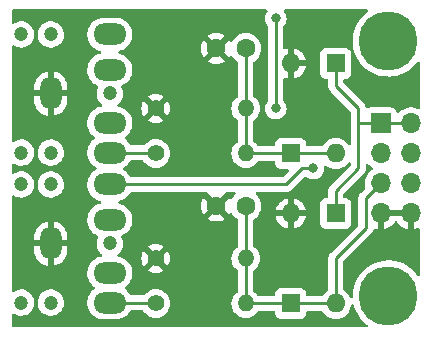
<source format=gtl>
%TF.GenerationSoftware,KiCad,Pcbnew,(6.0.1)*%
%TF.CreationDate,2022-09-24T07:34:31-04:00*%
%TF.ProjectId,SCF-2,5343462d-322e-46b6-9963-61645f706362,1*%
%TF.SameCoordinates,Original*%
%TF.FileFunction,Copper,L1,Top*%
%TF.FilePolarity,Positive*%
%FSLAX46Y46*%
G04 Gerber Fmt 4.6, Leading zero omitted, Abs format (unit mm)*
G04 Created by KiCad (PCBNEW (6.0.1)) date 2022-09-24 07:34:31*
%MOMM*%
%LPD*%
G01*
G04 APERTURE LIST*
%TA.AperFunction,ComponentPad*%
%ADD10C,1.200000*%
%TD*%
%TA.AperFunction,ComponentPad*%
%ADD11O,2.800000X1.800000*%
%TD*%
%TA.AperFunction,ComponentPad*%
%ADD12O,1.800000X2.800000*%
%TD*%
%TA.AperFunction,ComponentPad*%
%ADD13R,1.700000X1.700000*%
%TD*%
%TA.AperFunction,ComponentPad*%
%ADD14O,1.700000X1.700000*%
%TD*%
%TA.AperFunction,ComponentPad*%
%ADD15R,1.600000X1.600000*%
%TD*%
%TA.AperFunction,ComponentPad*%
%ADD16O,1.600000X1.600000*%
%TD*%
%TA.AperFunction,ComponentPad*%
%ADD17C,1.400000*%
%TD*%
%TA.AperFunction,ComponentPad*%
%ADD18O,1.400000X1.400000*%
%TD*%
%TA.AperFunction,ComponentPad*%
%ADD19C,1.600000*%
%TD*%
%TA.AperFunction,ComponentPad*%
%ADD20C,5.000000*%
%TD*%
%TA.AperFunction,ViaPad*%
%ADD21C,0.800000*%
%TD*%
%TA.AperFunction,Conductor*%
%ADD22C,0.250000*%
%TD*%
G04 APERTURE END LIST*
D10*
%TO.P,J1,90*%
%TO.N,N/C*%
X109260000Y-38020000D03*
X116760000Y-33020000D03*
X111760000Y-38020000D03*
X111760000Y-28020000D03*
X109260000Y-28020000D03*
D11*
%TO.P,J1,R*%
%TO.N,/VS1*%
X116760000Y-28020000D03*
%TO.P,J1,RN*%
%TO.N,N/C*%
X116760000Y-31020000D03*
D12*
%TO.P,J1,S*%
%TO.N,GND*%
X111760000Y-33020000D03*
D11*
%TO.P,J1,T*%
%TO.N,Net-(J1-PadT)*%
X116760000Y-38020000D03*
%TO.P,J1,TN*%
%TO.N,N/C*%
X116760000Y-35520000D03*
%TD*%
D13*
%TO.P,J3,1,Pin_1*%
%TO.N,VCC*%
X139700000Y-35560000D03*
D14*
%TO.P,J3,2,Pin_2*%
X142240000Y-35560000D03*
%TO.P,J3,3,Pin_3*%
%TO.N,/VP1*%
X139700000Y-38100000D03*
%TO.P,J3,4,Pin_4*%
%TO.N,/VS1*%
X142240000Y-38100000D03*
%TO.P,J3,5,Pin_5*%
%TO.N,/VP2*%
X139700000Y-40640000D03*
%TO.P,J3,6,Pin_6*%
%TO.N,/VS2*%
X142240000Y-40640000D03*
%TO.P,J3,7,Pin_7*%
%TO.N,GND*%
X139700000Y-43180000D03*
%TO.P,J3,8,Pin_8*%
X142240000Y-43180000D03*
%TD*%
D15*
%TO.P,D2,1,K*%
%TO.N,VCC*%
X135890000Y-43180000D03*
D16*
%TO.P,D2,2,A*%
%TO.N,/VP2*%
X135890000Y-50800000D03*
%TD*%
D17*
%TO.P,R1,1*%
%TO.N,Net-(J1-PadT)*%
X120650000Y-38100000D03*
D18*
%TO.P,R1,2*%
%TO.N,/VP1*%
X128270000Y-38100000D03*
%TD*%
D19*
%TO.P,C1,1*%
%TO.N,/VP1*%
X128270000Y-29210000D03*
%TO.P,C1,2*%
%TO.N,GND*%
X125770000Y-29210000D03*
%TD*%
D20*
%TO.P,H1,1*%
%TO.N,N/C*%
X140335000Y-50165000D03*
%TD*%
D15*
%TO.P,D1,1,K*%
%TO.N,VCC*%
X135890000Y-30480000D03*
D16*
%TO.P,D1,2,A*%
%TO.N,/VP1*%
X135890000Y-38100000D03*
%TD*%
D17*
%TO.P,R2,1*%
%TO.N,Net-(J2-PadT)*%
X120650000Y-50800000D03*
D18*
%TO.P,R2,2*%
%TO.N,/VP2*%
X128270000Y-50800000D03*
%TD*%
D15*
%TO.P,D3,1,K*%
%TO.N,/VP1*%
X132080000Y-38100000D03*
D16*
%TO.P,D3,2,A*%
%TO.N,GND*%
X132080000Y-30480000D03*
%TD*%
D10*
%TO.P,J2,90*%
%TO.N,N/C*%
X109260000Y-50720000D03*
X109260000Y-40720000D03*
X116760000Y-45720000D03*
X111760000Y-40720000D03*
X111760000Y-50720000D03*
D11*
%TO.P,J2,R*%
%TO.N,/VS2*%
X116760000Y-40720000D03*
%TO.P,J2,RN*%
%TO.N,N/C*%
X116760000Y-43720000D03*
D12*
%TO.P,J2,S*%
%TO.N,GND*%
X111760000Y-45720000D03*
D11*
%TO.P,J2,T*%
%TO.N,Net-(J2-PadT)*%
X116760000Y-50720000D03*
%TO.P,J2,TN*%
%TO.N,N/C*%
X116760000Y-48220000D03*
%TD*%
D19*
%TO.P,C2,1*%
%TO.N,/VP2*%
X128270000Y-42545000D03*
%TO.P,C2,2*%
%TO.N,GND*%
X125770000Y-42545000D03*
%TD*%
D17*
%TO.P,R3,1*%
%TO.N,GND*%
X120650000Y-34290000D03*
D18*
%TO.P,R3,2*%
%TO.N,/VP1*%
X128270000Y-34290000D03*
%TD*%
D20*
%TO.P,H2,1*%
%TO.N,N/C*%
X140335000Y-28575000D03*
%TD*%
D17*
%TO.P,R4,1*%
%TO.N,GND*%
X120650000Y-46990000D03*
D18*
%TO.P,R4,2*%
%TO.N,/VP2*%
X128270000Y-46990000D03*
%TD*%
D15*
%TO.P,D4,1,K*%
%TO.N,/VP2*%
X132080000Y-50800000D03*
D16*
%TO.P,D4,2,A*%
%TO.N,GND*%
X132080000Y-43180000D03*
%TD*%
D21*
%TO.N,/VS1*%
X130810000Y-26670000D03*
X130810000Y-34290000D03*
%TO.N,/VS2*%
X133985000Y-39370000D03*
%TD*%
D22*
%TO.N,/VP1*%
X128270000Y-29210000D02*
X128270000Y-34290000D01*
X128270000Y-38100000D02*
X128270000Y-34290000D01*
X132080000Y-38100000D02*
X135890000Y-38100000D01*
X128270000Y-38100000D02*
X132080000Y-38100000D01*
%TO.N,/VP2*%
X132080000Y-50800000D02*
X135890000Y-50800000D01*
X128270000Y-50800000D02*
X128270000Y-46990000D01*
X128270000Y-50800000D02*
X132080000Y-50800000D01*
X138430000Y-41910000D02*
X139700000Y-40640000D01*
X128270000Y-43180000D02*
X128270000Y-46990000D01*
X135890000Y-50800000D02*
X135890000Y-46990000D01*
X135890000Y-46990000D02*
X138430000Y-44450000D01*
X138430000Y-44450000D02*
X138430000Y-41910000D01*
%TO.N,VCC*%
X137795000Y-34290000D02*
X135890000Y-32385000D01*
X139700000Y-35560000D02*
X142240000Y-35560000D01*
X139700000Y-35560000D02*
X137795000Y-35560000D01*
X135890000Y-32385000D02*
X135890000Y-30480000D01*
X137795000Y-35560000D02*
X137795000Y-34290000D01*
X137795000Y-39370000D02*
X137795000Y-35560000D01*
X135890000Y-43180000D02*
X135890000Y-41275000D01*
X135890000Y-41275000D02*
X137795000Y-39370000D01*
%TO.N,/VS1*%
X130810000Y-26670000D02*
X130810000Y-34290000D01*
%TO.N,Net-(J1-PadT)*%
X116760000Y-38020000D02*
X120570000Y-38020000D01*
%TO.N,/VS2*%
X116760000Y-40720000D02*
X131709022Y-40720000D01*
X131709022Y-40720000D02*
X133059022Y-39370000D01*
X133059022Y-39370000D02*
X133985000Y-39370000D01*
%TO.N,Net-(J2-PadT)*%
X116760000Y-50720000D02*
X120570000Y-50720000D01*
%TD*%
%TA.AperFunction,Conductor*%
%TO.N,GND*%
G36*
X130058722Y-25928002D02*
G01*
X130105215Y-25981658D01*
X130115319Y-26051932D01*
X130084238Y-26118309D01*
X130070960Y-26133056D01*
X129975473Y-26298444D01*
X129916458Y-26480072D01*
X129915768Y-26486633D01*
X129915768Y-26486635D01*
X129902637Y-26611570D01*
X129896496Y-26670000D01*
X129897186Y-26676565D01*
X129913792Y-26834558D01*
X129916458Y-26859928D01*
X129975473Y-27041556D01*
X130070960Y-27206944D01*
X130144137Y-27288215D01*
X130174853Y-27352221D01*
X130176500Y-27372524D01*
X130176500Y-33587476D01*
X130156498Y-33655597D01*
X130144142Y-33671779D01*
X130070960Y-33753056D01*
X130042270Y-33802748D01*
X129990148Y-33893027D01*
X129975473Y-33918444D01*
X129916458Y-34100072D01*
X129915768Y-34106633D01*
X129915768Y-34106635D01*
X129901725Y-34240247D01*
X129896496Y-34290000D01*
X129897186Y-34296565D01*
X129915594Y-34471703D01*
X129916458Y-34479928D01*
X129975473Y-34661556D01*
X130070960Y-34826944D01*
X130075378Y-34831851D01*
X130075379Y-34831852D01*
X130172491Y-34939706D01*
X130198747Y-34968866D01*
X130353248Y-35081118D01*
X130359276Y-35083802D01*
X130359278Y-35083803D01*
X130521681Y-35156109D01*
X130527712Y-35158794D01*
X130621112Y-35178647D01*
X130708056Y-35197128D01*
X130708061Y-35197128D01*
X130714513Y-35198500D01*
X130905487Y-35198500D01*
X130911939Y-35197128D01*
X130911944Y-35197128D01*
X130998887Y-35178647D01*
X131092288Y-35158794D01*
X131098319Y-35156109D01*
X131260722Y-35083803D01*
X131260724Y-35083802D01*
X131266752Y-35081118D01*
X131421253Y-34968866D01*
X131447509Y-34939706D01*
X131544621Y-34831852D01*
X131544622Y-34831851D01*
X131549040Y-34826944D01*
X131644527Y-34661556D01*
X131703542Y-34479928D01*
X131704407Y-34471703D01*
X131722814Y-34296565D01*
X131723504Y-34290000D01*
X131718275Y-34240247D01*
X131704232Y-34106635D01*
X131704232Y-34106633D01*
X131703542Y-34100072D01*
X131644527Y-33918444D01*
X131629853Y-33893027D01*
X131577730Y-33802748D01*
X131549040Y-33753056D01*
X131475863Y-33671785D01*
X131445147Y-33607779D01*
X131443500Y-33587476D01*
X131443500Y-31824194D01*
X131463502Y-31756073D01*
X131517158Y-31709580D01*
X131587432Y-31699476D01*
X131622751Y-31710000D01*
X131625942Y-31711488D01*
X131636239Y-31715236D01*
X131808503Y-31761394D01*
X131822599Y-31761058D01*
X131826000Y-31753116D01*
X131826000Y-31747967D01*
X132334000Y-31747967D01*
X132337973Y-31761498D01*
X132346522Y-31762727D01*
X132523761Y-31715236D01*
X132534053Y-31711490D01*
X132731511Y-31619414D01*
X132741007Y-31613931D01*
X132919467Y-31488972D01*
X132927875Y-31481916D01*
X133081916Y-31327875D01*
X133088972Y-31319467D01*
X133213931Y-31141007D01*
X133219414Y-31131511D01*
X133311490Y-30934053D01*
X133315236Y-30923761D01*
X133361394Y-30751497D01*
X133361058Y-30737401D01*
X133353116Y-30734000D01*
X132352115Y-30734000D01*
X132336876Y-30738475D01*
X132335671Y-30739865D01*
X132334000Y-30747548D01*
X132334000Y-31747967D01*
X131826000Y-31747967D01*
X131826000Y-30207885D01*
X132334000Y-30207885D01*
X132338475Y-30223124D01*
X132339865Y-30224329D01*
X132347548Y-30226000D01*
X133347967Y-30226000D01*
X133361498Y-30222027D01*
X133362727Y-30213478D01*
X133315236Y-30036239D01*
X133311490Y-30025947D01*
X133219414Y-29828489D01*
X133213931Y-29818993D01*
X133088972Y-29640533D01*
X133081916Y-29632125D01*
X132927875Y-29478084D01*
X132919467Y-29471028D01*
X132741007Y-29346069D01*
X132731511Y-29340586D01*
X132534053Y-29248510D01*
X132523761Y-29244764D01*
X132351497Y-29198606D01*
X132337401Y-29198942D01*
X132334000Y-29206884D01*
X132334000Y-30207885D01*
X131826000Y-30207885D01*
X131826000Y-29212033D01*
X131822027Y-29198502D01*
X131813478Y-29197273D01*
X131636239Y-29244764D01*
X131625942Y-29248512D01*
X131622751Y-29250000D01*
X131621211Y-29250234D01*
X131620774Y-29250393D01*
X131620742Y-29250305D01*
X131552559Y-29260662D01*
X131487746Y-29231683D01*
X131448890Y-29172263D01*
X131443500Y-29135806D01*
X131443500Y-27372524D01*
X131463502Y-27304403D01*
X131475858Y-27288221D01*
X131549040Y-27206944D01*
X131644527Y-27041556D01*
X131703542Y-26859928D01*
X131706209Y-26834558D01*
X131722814Y-26676565D01*
X131723504Y-26670000D01*
X131717363Y-26611570D01*
X131704232Y-26486635D01*
X131704232Y-26486633D01*
X131703542Y-26480072D01*
X131644527Y-26298444D01*
X131549040Y-26133056D01*
X131535762Y-26118309D01*
X131505045Y-26054301D01*
X131513810Y-25983848D01*
X131559274Y-25929317D01*
X131629399Y-25908000D01*
X138493271Y-25908000D01*
X138561392Y-25928002D01*
X138607885Y-25981658D01*
X138617989Y-26051932D01*
X138588495Y-26116512D01*
X138572051Y-26132334D01*
X138380035Y-26286168D01*
X138318509Y-26335459D01*
X138074466Y-26582071D01*
X138072225Y-26584929D01*
X138015732Y-26656978D01*
X137860386Y-26855098D01*
X137679105Y-27150921D01*
X137677580Y-27154206D01*
X137677578Y-27154210D01*
X137623451Y-27270818D01*
X137533027Y-27465620D01*
X137490577Y-27593978D01*
X137428055Y-27783026D01*
X137424087Y-27795023D01*
X137423351Y-27798578D01*
X137423350Y-27798581D01*
X137362612Y-28091873D01*
X137353730Y-28134764D01*
X137322888Y-28480341D01*
X137322983Y-28483971D01*
X137322983Y-28483972D01*
X137331330Y-28802748D01*
X137331970Y-28827171D01*
X137380856Y-29170660D01*
X137468897Y-29506253D01*
X137594927Y-29829503D01*
X137596624Y-29832708D01*
X137713951Y-30054300D01*
X137757275Y-30136126D01*
X137759325Y-30139109D01*
X137759327Y-30139112D01*
X137951733Y-30419064D01*
X137951739Y-30419071D01*
X137953790Y-30422056D01*
X138181866Y-30683505D01*
X138310174Y-30800256D01*
X138394268Y-30876775D01*
X138438481Y-30917006D01*
X138720233Y-31119466D01*
X139023388Y-31288200D01*
X139343928Y-31420972D01*
X139347422Y-31421967D01*
X139347424Y-31421968D01*
X139674103Y-31515025D01*
X139674108Y-31515026D01*
X139677604Y-31516022D01*
X139865097Y-31546725D01*
X140016412Y-31571504D01*
X140016419Y-31571505D01*
X140019993Y-31572090D01*
X140193275Y-31580262D01*
X140362931Y-31588263D01*
X140362932Y-31588263D01*
X140366558Y-31588434D01*
X140375415Y-31587830D01*
X140709073Y-31565084D01*
X140709081Y-31565083D01*
X140712704Y-31564836D01*
X140716279Y-31564173D01*
X140716282Y-31564173D01*
X141050279Y-31502270D01*
X141050283Y-31502269D01*
X141053844Y-31501609D01*
X141385456Y-31399592D01*
X141703145Y-31260136D01*
X141819278Y-31192274D01*
X141999560Y-31086926D01*
X141999562Y-31086925D01*
X142002700Y-31085091D01*
X142007804Y-31081259D01*
X142277244Y-30878958D01*
X142277248Y-30878955D01*
X142280151Y-30876775D01*
X142531819Y-30637950D01*
X142754370Y-30371783D01*
X142770306Y-30347523D01*
X142770688Y-30346942D01*
X142824806Y-30300987D01*
X142895177Y-30291586D01*
X142959460Y-30321723D01*
X142997245Y-30381829D01*
X143002000Y-30416118D01*
X143002000Y-34215337D01*
X142981998Y-34283458D01*
X142928342Y-34329951D01*
X142858068Y-34340055D01*
X142815107Y-34325646D01*
X142813053Y-34324512D01*
X142798789Y-34316638D01*
X142793920Y-34314914D01*
X142793916Y-34314912D01*
X142593087Y-34243795D01*
X142593083Y-34243794D01*
X142588212Y-34242069D01*
X142583119Y-34241162D01*
X142583116Y-34241161D01*
X142373373Y-34203800D01*
X142373367Y-34203799D01*
X142368284Y-34202894D01*
X142294452Y-34201992D01*
X142150081Y-34200228D01*
X142150079Y-34200228D01*
X142144911Y-34200165D01*
X141924091Y-34233955D01*
X141711756Y-34303357D01*
X141513607Y-34406507D01*
X141509474Y-34409610D01*
X141509471Y-34409612D01*
X141339100Y-34537530D01*
X141334965Y-34540635D01*
X141273844Y-34604595D01*
X141254283Y-34625064D01*
X141192759Y-34660494D01*
X141121846Y-34657037D01*
X141064060Y-34615791D01*
X141045207Y-34582243D01*
X141003767Y-34471703D01*
X141000615Y-34463295D01*
X140913261Y-34346739D01*
X140796705Y-34259385D01*
X140660316Y-34208255D01*
X140598134Y-34201500D01*
X138801866Y-34201500D01*
X138739684Y-34208255D01*
X138603295Y-34259385D01*
X138601918Y-34260417D01*
X138536128Y-34274807D01*
X138469579Y-34250072D01*
X138426968Y-34193284D01*
X138423981Y-34184285D01*
X138420020Y-34170652D01*
X138416012Y-34151295D01*
X138414467Y-34139064D01*
X138413474Y-34131203D01*
X138410557Y-34123836D01*
X138410556Y-34123831D01*
X138397198Y-34090092D01*
X138393354Y-34078865D01*
X138383230Y-34044022D01*
X138381018Y-34036407D01*
X138370707Y-34018972D01*
X138362012Y-34001224D01*
X138354552Y-33982383D01*
X138332094Y-33951471D01*
X138328564Y-33946613D01*
X138322048Y-33936693D01*
X138303580Y-33905465D01*
X138303578Y-33905462D01*
X138299542Y-33898638D01*
X138285221Y-33884317D01*
X138272380Y-33869283D01*
X138265131Y-33859306D01*
X138260472Y-33852893D01*
X138226395Y-33824702D01*
X138217616Y-33816712D01*
X136560405Y-32159500D01*
X136526379Y-32097188D01*
X136523500Y-32070405D01*
X136523500Y-31914500D01*
X136543502Y-31846379D01*
X136597158Y-31799886D01*
X136649500Y-31788500D01*
X136738134Y-31788500D01*
X136800316Y-31781745D01*
X136936705Y-31730615D01*
X137053261Y-31643261D01*
X137140615Y-31526705D01*
X137191745Y-31390316D01*
X137198500Y-31328134D01*
X137198500Y-29631866D01*
X137191745Y-29569684D01*
X137140615Y-29433295D01*
X137053261Y-29316739D01*
X136936705Y-29229385D01*
X136800316Y-29178255D01*
X136738134Y-29171500D01*
X135041866Y-29171500D01*
X134979684Y-29178255D01*
X134843295Y-29229385D01*
X134726739Y-29316739D01*
X134639385Y-29433295D01*
X134588255Y-29569684D01*
X134581500Y-29631866D01*
X134581500Y-31328134D01*
X134588255Y-31390316D01*
X134639385Y-31526705D01*
X134726739Y-31643261D01*
X134843295Y-31730615D01*
X134979684Y-31781745D01*
X135041866Y-31788500D01*
X135130500Y-31788500D01*
X135198621Y-31808502D01*
X135245114Y-31862158D01*
X135256500Y-31914500D01*
X135256500Y-32306233D01*
X135255973Y-32317416D01*
X135254298Y-32324909D01*
X135254547Y-32332835D01*
X135254547Y-32332836D01*
X135256438Y-32392986D01*
X135256500Y-32396945D01*
X135256500Y-32424856D01*
X135256997Y-32428790D01*
X135256997Y-32428791D01*
X135257005Y-32428856D01*
X135257938Y-32440693D01*
X135259327Y-32484889D01*
X135262936Y-32497310D01*
X135264978Y-32504339D01*
X135268987Y-32523700D01*
X135271526Y-32543797D01*
X135274445Y-32551168D01*
X135274445Y-32551170D01*
X135287804Y-32584912D01*
X135291649Y-32596142D01*
X135301771Y-32630983D01*
X135303982Y-32638593D01*
X135308015Y-32645412D01*
X135308017Y-32645417D01*
X135314293Y-32656028D01*
X135322988Y-32673776D01*
X135330448Y-32692617D01*
X135335110Y-32699033D01*
X135335110Y-32699034D01*
X135356436Y-32728387D01*
X135362952Y-32738307D01*
X135379330Y-32766000D01*
X135385458Y-32776362D01*
X135399779Y-32790683D01*
X135412619Y-32805716D01*
X135424528Y-32822107D01*
X135430634Y-32827158D01*
X135458605Y-32850298D01*
X135467384Y-32858288D01*
X137124595Y-34515500D01*
X137158621Y-34577812D01*
X137161500Y-34604595D01*
X137161500Y-35488207D01*
X137159268Y-35511816D01*
X137157725Y-35519906D01*
X137158223Y-35527817D01*
X137161251Y-35575951D01*
X137161500Y-35583862D01*
X137161500Y-37234969D01*
X137141498Y-37303090D01*
X137087842Y-37349583D01*
X137017568Y-37359687D01*
X136952988Y-37330193D01*
X136932287Y-37307240D01*
X136899357Y-37260211D01*
X136899355Y-37260208D01*
X136896198Y-37255700D01*
X136734300Y-37093802D01*
X136729792Y-37090645D01*
X136729789Y-37090643D01*
X136619189Y-37013200D01*
X136546749Y-36962477D01*
X136541767Y-36960154D01*
X136541762Y-36960151D01*
X136344225Y-36868039D01*
X136344224Y-36868039D01*
X136339243Y-36865716D01*
X136333935Y-36864294D01*
X136333933Y-36864293D01*
X136123402Y-36807881D01*
X136123400Y-36807881D01*
X136118087Y-36806457D01*
X135890000Y-36786502D01*
X135661913Y-36806457D01*
X135656600Y-36807881D01*
X135656598Y-36807881D01*
X135446067Y-36864293D01*
X135446065Y-36864294D01*
X135440757Y-36865716D01*
X135435776Y-36868039D01*
X135435775Y-36868039D01*
X135238238Y-36960151D01*
X135238233Y-36960154D01*
X135233251Y-36962477D01*
X135160811Y-37013200D01*
X135050211Y-37090643D01*
X135050208Y-37090645D01*
X135045700Y-37093802D01*
X134883802Y-37255700D01*
X134880645Y-37260208D01*
X134880643Y-37260211D01*
X134773819Y-37412771D01*
X134718362Y-37457099D01*
X134670606Y-37466500D01*
X133514500Y-37466500D01*
X133446379Y-37446498D01*
X133399886Y-37392842D01*
X133388500Y-37340500D01*
X133388500Y-37251866D01*
X133381745Y-37189684D01*
X133330615Y-37053295D01*
X133243261Y-36936739D01*
X133126705Y-36849385D01*
X132990316Y-36798255D01*
X132928134Y-36791500D01*
X131231866Y-36791500D01*
X131169684Y-36798255D01*
X131033295Y-36849385D01*
X130916739Y-36936739D01*
X130829385Y-37053295D01*
X130778255Y-37189684D01*
X130771500Y-37251866D01*
X130771500Y-37340500D01*
X130751498Y-37408621D01*
X130697842Y-37455114D01*
X130645500Y-37466500D01*
X129367315Y-37466500D01*
X129299194Y-37446498D01*
X129264102Y-37412770D01*
X129202460Y-37324736D01*
X129199301Y-37320224D01*
X129049776Y-37170699D01*
X128957230Y-37105898D01*
X128912901Y-37050441D01*
X128903500Y-37002685D01*
X128903500Y-35387315D01*
X128923502Y-35319194D01*
X128957230Y-35284102D01*
X129045264Y-35222460D01*
X129049776Y-35219301D01*
X129199301Y-35069776D01*
X129320589Y-34896558D01*
X129324915Y-34887282D01*
X129407633Y-34709892D01*
X129407634Y-34709891D01*
X129409956Y-34704910D01*
X129415804Y-34683087D01*
X129463262Y-34505970D01*
X129463262Y-34505968D01*
X129464686Y-34500655D01*
X129483116Y-34290000D01*
X129464686Y-34079345D01*
X129451352Y-34029581D01*
X129411379Y-33880400D01*
X129411378Y-33880398D01*
X129409956Y-33875090D01*
X129402596Y-33859306D01*
X129322912Y-33688423D01*
X129322910Y-33688420D01*
X129320589Y-33683442D01*
X129199301Y-33510224D01*
X129049776Y-33360699D01*
X128957230Y-33295898D01*
X128912901Y-33240441D01*
X128903500Y-33192685D01*
X128903500Y-30429394D01*
X128923502Y-30361273D01*
X128957229Y-30326181D01*
X129109789Y-30219357D01*
X129109792Y-30219355D01*
X129114300Y-30216198D01*
X129276198Y-30054300D01*
X129288845Y-30036239D01*
X129368825Y-29922015D01*
X129407523Y-29866749D01*
X129409846Y-29861767D01*
X129409849Y-29861762D01*
X129501961Y-29664225D01*
X129501961Y-29664224D01*
X129504284Y-29659243D01*
X129508926Y-29641921D01*
X129562119Y-29443402D01*
X129562119Y-29443400D01*
X129563543Y-29438087D01*
X129583498Y-29210000D01*
X129563543Y-28981913D01*
X129554553Y-28948361D01*
X129505707Y-28766067D01*
X129505706Y-28766065D01*
X129504284Y-28760757D01*
X129497880Y-28747024D01*
X129409849Y-28558238D01*
X129409846Y-28558233D01*
X129407523Y-28553251D01*
X129318568Y-28426211D01*
X129279357Y-28370211D01*
X129279355Y-28370208D01*
X129276198Y-28365700D01*
X129114300Y-28203802D01*
X129109792Y-28200645D01*
X129109789Y-28200643D01*
X128983920Y-28112509D01*
X128926749Y-28072477D01*
X128921767Y-28070154D01*
X128921762Y-28070151D01*
X128724225Y-27978039D01*
X128724224Y-27978039D01*
X128719243Y-27975716D01*
X128713935Y-27974294D01*
X128713933Y-27974293D01*
X128503402Y-27917881D01*
X128503400Y-27917881D01*
X128498087Y-27916457D01*
X128270000Y-27896502D01*
X128041913Y-27916457D01*
X128036600Y-27917881D01*
X128036598Y-27917881D01*
X127826067Y-27974293D01*
X127826065Y-27974294D01*
X127820757Y-27975716D01*
X127815776Y-27978039D01*
X127815775Y-27978039D01*
X127618238Y-28070151D01*
X127618233Y-28070154D01*
X127613251Y-28072477D01*
X127556080Y-28112509D01*
X127430211Y-28200643D01*
X127430208Y-28200645D01*
X127425700Y-28203802D01*
X127263802Y-28365700D01*
X127260645Y-28370208D01*
X127260643Y-28370211D01*
X127192642Y-28467327D01*
X127132477Y-28553251D01*
X127130153Y-28558235D01*
X127128829Y-28560528D01*
X127077447Y-28609521D01*
X127007733Y-28622957D01*
X126941822Y-28596571D01*
X126910591Y-28560528D01*
X126903934Y-28548998D01*
X126867491Y-28496952D01*
X126857012Y-28488576D01*
X126843566Y-28495644D01*
X126142022Y-29197188D01*
X126134408Y-29211132D01*
X126134539Y-29212965D01*
X126138790Y-29219580D01*
X126844287Y-29925077D01*
X126856062Y-29931507D01*
X126868077Y-29922211D01*
X126903934Y-29871002D01*
X126910591Y-29859472D01*
X126961973Y-29810479D01*
X127031687Y-29797042D01*
X127097598Y-29823429D01*
X127128829Y-29859472D01*
X127130153Y-29861765D01*
X127132477Y-29866749D01*
X127135631Y-29871253D01*
X127251156Y-30036239D01*
X127263802Y-30054300D01*
X127425700Y-30216198D01*
X127430208Y-30219355D01*
X127430211Y-30219357D01*
X127582771Y-30326181D01*
X127627099Y-30381638D01*
X127636500Y-30429394D01*
X127636500Y-33192685D01*
X127616498Y-33260806D01*
X127582770Y-33295898D01*
X127490224Y-33360699D01*
X127340699Y-33510224D01*
X127219411Y-33683442D01*
X127217090Y-33688420D01*
X127217088Y-33688423D01*
X127137404Y-33859306D01*
X127130044Y-33875090D01*
X127128622Y-33880398D01*
X127128621Y-33880400D01*
X127088648Y-34029581D01*
X127075314Y-34079345D01*
X127056884Y-34290000D01*
X127075314Y-34500655D01*
X127076738Y-34505968D01*
X127076738Y-34505970D01*
X127124197Y-34683087D01*
X127130044Y-34704910D01*
X127132366Y-34709891D01*
X127132367Y-34709892D01*
X127215086Y-34887282D01*
X127219411Y-34896558D01*
X127340699Y-35069776D01*
X127490224Y-35219301D01*
X127494736Y-35222460D01*
X127582770Y-35284102D01*
X127627099Y-35339559D01*
X127636500Y-35387315D01*
X127636500Y-37002685D01*
X127616498Y-37070806D01*
X127582770Y-37105898D01*
X127490224Y-37170699D01*
X127340699Y-37320224D01*
X127219411Y-37493442D01*
X127217090Y-37498420D01*
X127217088Y-37498423D01*
X127146054Y-37650757D01*
X127130044Y-37685090D01*
X127128622Y-37690398D01*
X127128621Y-37690400D01*
X127096155Y-37811566D01*
X127075314Y-37889345D01*
X127056884Y-38100000D01*
X127075314Y-38310655D01*
X127076738Y-38315968D01*
X127076738Y-38315970D01*
X127120112Y-38477842D01*
X127130044Y-38514910D01*
X127132366Y-38519891D01*
X127132367Y-38519892D01*
X127203997Y-38673502D01*
X127219411Y-38706558D01*
X127340699Y-38879776D01*
X127490224Y-39029301D01*
X127663442Y-39150589D01*
X127668420Y-39152910D01*
X127668423Y-39152912D01*
X127843102Y-39234366D01*
X127855090Y-39239956D01*
X127860398Y-39241378D01*
X127860400Y-39241379D01*
X128054030Y-39293262D01*
X128054032Y-39293262D01*
X128059345Y-39294686D01*
X128270000Y-39313116D01*
X128480655Y-39294686D01*
X128485968Y-39293262D01*
X128485970Y-39293262D01*
X128679600Y-39241379D01*
X128679602Y-39241378D01*
X128684910Y-39239956D01*
X128696898Y-39234366D01*
X128871577Y-39152912D01*
X128871580Y-39152910D01*
X128876558Y-39150589D01*
X129049776Y-39029301D01*
X129199301Y-38879776D01*
X129264102Y-38787230D01*
X129319559Y-38742901D01*
X129367315Y-38733500D01*
X130645500Y-38733500D01*
X130713621Y-38753502D01*
X130760114Y-38807158D01*
X130771500Y-38859500D01*
X130771500Y-38948134D01*
X130778255Y-39010316D01*
X130829385Y-39146705D01*
X130916739Y-39263261D01*
X131033295Y-39350615D01*
X131169684Y-39401745D01*
X131231866Y-39408500D01*
X131820427Y-39408500D01*
X131888548Y-39428502D01*
X131935041Y-39482158D01*
X131945145Y-39552432D01*
X131915651Y-39617012D01*
X131909522Y-39623595D01*
X131483522Y-40049595D01*
X131421210Y-40083621D01*
X131394427Y-40086500D01*
X118594082Y-40086500D01*
X118525961Y-40066498D01*
X118486363Y-40025865D01*
X118404939Y-39891682D01*
X118404934Y-39891675D01*
X118402168Y-39887117D01*
X118333754Y-39808277D01*
X118249007Y-39710614D01*
X118249005Y-39710612D01*
X118245507Y-39706581D01*
X118241381Y-39703198D01*
X118241377Y-39703194D01*
X118064795Y-39558407D01*
X118060667Y-39555022D01*
X118056031Y-39552383D01*
X118056028Y-39552381D01*
X117932664Y-39482158D01*
X117931968Y-39481762D01*
X117882661Y-39430679D01*
X117868800Y-39361049D01*
X117894783Y-39294978D01*
X117938359Y-39260678D01*
X117937951Y-39259945D01*
X117942524Y-39257400D01*
X117942554Y-39257376D01*
X117942619Y-39257347D01*
X117942622Y-39257346D01*
X117947480Y-39255157D01*
X118145762Y-39121666D01*
X118192333Y-39077240D01*
X118232563Y-39038862D01*
X118318718Y-38956674D01*
X118461402Y-38764900D01*
X118483012Y-38722396D01*
X118531715Y-38670738D01*
X118595329Y-38653500D01*
X119496669Y-38653500D01*
X119564790Y-38673502D01*
X119599881Y-38707229D01*
X119720699Y-38879776D01*
X119870224Y-39029301D01*
X120043442Y-39150589D01*
X120048420Y-39152910D01*
X120048423Y-39152912D01*
X120223102Y-39234366D01*
X120235090Y-39239956D01*
X120240398Y-39241378D01*
X120240400Y-39241379D01*
X120434030Y-39293262D01*
X120434032Y-39293262D01*
X120439345Y-39294686D01*
X120650000Y-39313116D01*
X120860655Y-39294686D01*
X120865968Y-39293262D01*
X120865970Y-39293262D01*
X121059600Y-39241379D01*
X121059602Y-39241378D01*
X121064910Y-39239956D01*
X121076898Y-39234366D01*
X121251577Y-39152912D01*
X121251580Y-39152910D01*
X121256558Y-39150589D01*
X121429776Y-39029301D01*
X121579301Y-38879776D01*
X121700589Y-38706558D01*
X121716004Y-38673502D01*
X121787633Y-38519892D01*
X121787634Y-38519891D01*
X121789956Y-38514910D01*
X121799889Y-38477842D01*
X121843262Y-38315970D01*
X121843262Y-38315968D01*
X121844686Y-38310655D01*
X121863116Y-38100000D01*
X121844686Y-37889345D01*
X121823845Y-37811566D01*
X121791379Y-37690400D01*
X121791378Y-37690398D01*
X121789956Y-37685090D01*
X121773946Y-37650757D01*
X121702912Y-37498423D01*
X121702910Y-37498420D01*
X121700589Y-37493442D01*
X121579301Y-37320224D01*
X121429776Y-37170699D01*
X121256558Y-37049411D01*
X121251580Y-37047090D01*
X121251577Y-37047088D01*
X121069892Y-36962367D01*
X121069891Y-36962366D01*
X121064910Y-36960044D01*
X121059602Y-36958622D01*
X121059600Y-36958621D01*
X120865970Y-36906738D01*
X120865968Y-36906738D01*
X120860655Y-36905314D01*
X120650000Y-36886884D01*
X120439345Y-36905314D01*
X120434032Y-36906738D01*
X120434030Y-36906738D01*
X120240400Y-36958621D01*
X120240398Y-36958622D01*
X120235090Y-36960044D01*
X120230109Y-36962366D01*
X120230108Y-36962367D01*
X120048423Y-37047088D01*
X120048420Y-37047090D01*
X120043442Y-37049411D01*
X119870224Y-37170699D01*
X119720699Y-37320224D01*
X119717540Y-37324736D01*
X119717536Y-37324741D01*
X119711911Y-37332773D01*
X119656453Y-37377100D01*
X119608700Y-37386500D01*
X118594082Y-37386500D01*
X118525961Y-37366498D01*
X118486363Y-37325865D01*
X118404939Y-37191682D01*
X118404934Y-37191675D01*
X118402168Y-37187117D01*
X118336599Y-37111555D01*
X118249007Y-37010614D01*
X118249005Y-37010612D01*
X118245507Y-37006581D01*
X118173057Y-36947176D01*
X118073710Y-36865716D01*
X118033715Y-36807056D01*
X118031784Y-36736086D01*
X118068528Y-36675338D01*
X118083234Y-36663762D01*
X118093717Y-36656705D01*
X118145762Y-36621666D01*
X118318718Y-36456674D01*
X118461402Y-36264900D01*
X118569733Y-36051828D01*
X118610361Y-35920984D01*
X118639032Y-35828651D01*
X118639033Y-35828645D01*
X118640616Y-35823548D01*
X118672023Y-35586589D01*
X118669817Y-35527817D01*
X118663255Y-35353054D01*
X118663055Y-35347726D01*
X118653935Y-35304261D01*
X120000294Y-35304261D01*
X120009590Y-35316276D01*
X120039189Y-35337001D01*
X120048677Y-35342479D01*
X120230277Y-35427159D01*
X120240571Y-35430907D01*
X120434122Y-35482769D01*
X120444909Y-35484671D01*
X120644525Y-35502135D01*
X120655475Y-35502135D01*
X120855091Y-35484671D01*
X120865878Y-35482769D01*
X121059429Y-35430907D01*
X121069723Y-35427159D01*
X121251323Y-35342479D01*
X121260811Y-35337001D01*
X121291248Y-35315689D01*
X121299623Y-35305212D01*
X121292554Y-35291764D01*
X120662812Y-34662022D01*
X120648868Y-34654408D01*
X120647035Y-34654539D01*
X120640420Y-34658790D01*
X120006724Y-35292486D01*
X120000294Y-35304261D01*
X118653935Y-35304261D01*
X118635511Y-35216452D01*
X118615067Y-35119016D01*
X118615066Y-35119013D01*
X118613970Y-35113789D01*
X118526171Y-34891467D01*
X118402168Y-34687117D01*
X118398671Y-34683087D01*
X118249007Y-34510614D01*
X118249005Y-34510612D01*
X118245507Y-34506581D01*
X118241381Y-34503198D01*
X118241377Y-34503194D01*
X118064795Y-34358407D01*
X118060667Y-34355022D01*
X118056031Y-34352383D01*
X118056028Y-34352381D01*
X117956059Y-34295475D01*
X119437865Y-34295475D01*
X119455329Y-34495091D01*
X119457231Y-34505878D01*
X119509093Y-34699429D01*
X119512841Y-34709723D01*
X119597521Y-34891323D01*
X119602999Y-34900811D01*
X119624311Y-34931248D01*
X119634788Y-34939623D01*
X119648236Y-34932554D01*
X120277978Y-34302812D01*
X120284356Y-34291132D01*
X121014408Y-34291132D01*
X121014539Y-34292965D01*
X121018790Y-34299580D01*
X121652486Y-34933276D01*
X121664261Y-34939706D01*
X121676276Y-34930410D01*
X121697001Y-34900811D01*
X121702479Y-34891323D01*
X121787159Y-34709723D01*
X121790907Y-34699429D01*
X121842769Y-34505878D01*
X121844671Y-34495091D01*
X121862135Y-34295475D01*
X121862135Y-34284525D01*
X121844671Y-34084909D01*
X121842769Y-34074122D01*
X121790907Y-33880571D01*
X121787159Y-33870277D01*
X121702479Y-33688677D01*
X121697001Y-33679189D01*
X121675689Y-33648752D01*
X121665212Y-33640377D01*
X121651764Y-33647446D01*
X121022022Y-34277188D01*
X121014408Y-34291132D01*
X120284356Y-34291132D01*
X120285592Y-34288868D01*
X120285461Y-34287035D01*
X120281210Y-34280420D01*
X119647514Y-33646724D01*
X119635739Y-33640294D01*
X119623724Y-33649590D01*
X119602999Y-33679189D01*
X119597521Y-33688677D01*
X119512841Y-33870277D01*
X119509093Y-33880571D01*
X119457231Y-34074122D01*
X119455329Y-34084909D01*
X119437865Y-34284525D01*
X119437865Y-34295475D01*
X117956059Y-34295475D01*
X117857577Y-34239416D01*
X117852934Y-34236773D01*
X117628247Y-34155216D01*
X117622998Y-34154267D01*
X117622995Y-34154266D01*
X117483832Y-34129101D01*
X117420357Y-34097296D01*
X117384154Y-34036224D01*
X117386717Y-33965273D01*
X117425684Y-33908238D01*
X117439204Y-33896994D01*
X117547186Y-33807186D01*
X117677458Y-33650551D01*
X117777004Y-33472799D01*
X117778860Y-33467332D01*
X117778862Y-33467327D01*
X117840634Y-33285352D01*
X117840635Y-33285347D01*
X117842490Y-33279883D01*
X117843229Y-33274788D01*
X120000377Y-33274788D01*
X120007446Y-33288236D01*
X120637188Y-33917978D01*
X120651132Y-33925592D01*
X120652965Y-33925461D01*
X120659580Y-33921210D01*
X121293276Y-33287514D01*
X121299706Y-33275739D01*
X121290410Y-33263724D01*
X121260811Y-33242999D01*
X121251323Y-33237521D01*
X121069723Y-33152841D01*
X121059429Y-33149093D01*
X120865878Y-33097231D01*
X120855091Y-33095329D01*
X120655475Y-33077865D01*
X120644525Y-33077865D01*
X120444909Y-33095329D01*
X120434122Y-33097231D01*
X120240571Y-33149093D01*
X120230277Y-33152841D01*
X120048677Y-33237521D01*
X120039189Y-33242999D01*
X120008752Y-33264311D01*
X120000377Y-33274788D01*
X117843229Y-33274788D01*
X117871723Y-33078263D01*
X117873249Y-33020000D01*
X117854608Y-32817126D01*
X117840189Y-32766000D01*
X117800875Y-32626606D01*
X117800874Y-32626604D01*
X117799307Y-32621047D01*
X117788680Y-32599496D01*
X117736309Y-32493299D01*
X117724119Y-32423357D01*
X117751678Y-32357927D01*
X117797565Y-32322689D01*
X117942615Y-32257349D01*
X117942619Y-32257347D01*
X117947480Y-32255157D01*
X118145762Y-32121666D01*
X118318718Y-31956674D01*
X118461402Y-31764900D01*
X118467394Y-31753116D01*
X118567314Y-31556586D01*
X118567314Y-31556585D01*
X118569733Y-31551828D01*
X118610797Y-31419582D01*
X118639032Y-31328651D01*
X118639033Y-31328645D01*
X118640616Y-31323548D01*
X118664751Y-31141456D01*
X118671323Y-31091873D01*
X118671323Y-31091869D01*
X118672023Y-31086589D01*
X118663055Y-30847726D01*
X118619565Y-30640454D01*
X118615067Y-30619016D01*
X118615066Y-30619013D01*
X118613970Y-30613789D01*
X118526171Y-30391467D01*
X118468278Y-30296062D01*
X125048493Y-30296062D01*
X125057789Y-30308077D01*
X125108994Y-30343931D01*
X125118489Y-30349414D01*
X125315947Y-30441490D01*
X125326239Y-30445236D01*
X125536688Y-30501625D01*
X125547481Y-30503528D01*
X125764525Y-30522517D01*
X125775475Y-30522517D01*
X125992519Y-30503528D01*
X126003312Y-30501625D01*
X126213761Y-30445236D01*
X126224053Y-30441490D01*
X126421511Y-30349414D01*
X126431006Y-30343931D01*
X126483048Y-30307491D01*
X126491424Y-30297012D01*
X126484356Y-30283566D01*
X125782812Y-29582022D01*
X125768868Y-29574408D01*
X125767035Y-29574539D01*
X125760420Y-29578790D01*
X125054923Y-30284287D01*
X125048493Y-30296062D01*
X118468278Y-30296062D01*
X118402168Y-30187117D01*
X118398671Y-30183087D01*
X118249007Y-30010614D01*
X118249005Y-30010612D01*
X118245507Y-30006581D01*
X118241381Y-30003198D01*
X118241377Y-30003194D01*
X118064795Y-29858407D01*
X118060667Y-29855022D01*
X118056031Y-29852383D01*
X118056028Y-29852381D01*
X117857577Y-29739416D01*
X117852934Y-29736773D01*
X117628247Y-29655216D01*
X117622998Y-29654267D01*
X117622995Y-29654266D01*
X117566372Y-29644027D01*
X117502898Y-29612222D01*
X117466694Y-29551150D01*
X117469257Y-29480200D01*
X117509771Y-29421898D01*
X117557139Y-29398079D01*
X117724372Y-29354674D01*
X117724379Y-29354672D01*
X117729540Y-29353332D01*
X117846636Y-29300584D01*
X117942619Y-29257347D01*
X117942622Y-29257346D01*
X117947480Y-29255157D01*
X117954793Y-29250234D01*
X117985761Y-29229385D01*
X118006422Y-29215475D01*
X124457483Y-29215475D01*
X124476472Y-29432519D01*
X124478375Y-29443312D01*
X124534764Y-29653761D01*
X124538510Y-29664053D01*
X124630586Y-29861511D01*
X124636069Y-29871006D01*
X124672509Y-29923048D01*
X124682988Y-29931424D01*
X124696434Y-29924356D01*
X125397978Y-29222812D01*
X125405592Y-29208868D01*
X125405461Y-29207035D01*
X125401210Y-29200420D01*
X124695713Y-28494923D01*
X124683938Y-28488493D01*
X124671923Y-28497789D01*
X124636069Y-28548994D01*
X124630586Y-28558489D01*
X124538510Y-28755947D01*
X124534764Y-28766239D01*
X124478375Y-28976688D01*
X124476472Y-28987481D01*
X124457483Y-29204525D01*
X124457483Y-29215475D01*
X118006422Y-29215475D01*
X118145762Y-29121666D01*
X118318718Y-28956674D01*
X118461402Y-28764900D01*
X118466042Y-28755775D01*
X118567314Y-28556586D01*
X118567314Y-28556585D01*
X118569733Y-28551828D01*
X118626127Y-28370211D01*
X118639032Y-28328651D01*
X118639033Y-28328645D01*
X118640616Y-28323548D01*
X118665159Y-28138375D01*
X118667199Y-28122988D01*
X125048576Y-28122988D01*
X125055644Y-28136434D01*
X125757188Y-28837978D01*
X125771132Y-28845592D01*
X125772965Y-28845461D01*
X125779580Y-28841210D01*
X126485077Y-28135713D01*
X126491507Y-28123938D01*
X126482211Y-28111923D01*
X126431006Y-28076069D01*
X126421511Y-28070586D01*
X126224053Y-27978510D01*
X126213761Y-27974764D01*
X126003312Y-27918375D01*
X125992519Y-27916472D01*
X125775475Y-27897483D01*
X125764525Y-27897483D01*
X125547481Y-27916472D01*
X125536688Y-27918375D01*
X125326239Y-27974764D01*
X125315947Y-27978510D01*
X125118489Y-28070586D01*
X125108994Y-28076069D01*
X125056952Y-28112509D01*
X125048576Y-28122988D01*
X118667199Y-28122988D01*
X118671323Y-28091873D01*
X118671323Y-28091869D01*
X118672023Y-28086589D01*
X118671711Y-28078263D01*
X118667023Y-27953411D01*
X118663055Y-27847726D01*
X118634440Y-27711349D01*
X118615067Y-27619016D01*
X118615066Y-27619013D01*
X118613970Y-27613789D01*
X118526171Y-27391467D01*
X118402168Y-27187117D01*
X118312103Y-27083326D01*
X118249007Y-27010614D01*
X118249005Y-27010612D01*
X118245507Y-27006581D01*
X118241381Y-27003198D01*
X118241377Y-27003194D01*
X118064795Y-26858407D01*
X118060667Y-26855022D01*
X118056031Y-26852383D01*
X118056028Y-26852381D01*
X117857577Y-26739416D01*
X117852934Y-26736773D01*
X117628247Y-26655216D01*
X117622998Y-26654267D01*
X117622995Y-26654266D01*
X117397115Y-26613420D01*
X117397107Y-26613419D01*
X117393031Y-26612682D01*
X117374641Y-26611815D01*
X117369456Y-26611570D01*
X117369449Y-26611570D01*
X117367968Y-26611500D01*
X116199988Y-26611500D01*
X116021825Y-26626617D01*
X116016661Y-26627957D01*
X116016657Y-26627958D01*
X115795625Y-26685327D01*
X115795620Y-26685329D01*
X115790460Y-26686668D01*
X115785594Y-26688860D01*
X115577381Y-26782653D01*
X115577378Y-26782654D01*
X115572520Y-26784843D01*
X115374238Y-26918334D01*
X115370381Y-26922013D01*
X115370379Y-26922015D01*
X115338323Y-26952595D01*
X115201282Y-27083326D01*
X115198099Y-27087603D01*
X115198099Y-27087604D01*
X115174470Y-27119363D01*
X115058598Y-27275100D01*
X115056182Y-27279851D01*
X115056180Y-27279855D01*
X115009065Y-27372524D01*
X114950267Y-27488172D01*
X114919002Y-27588862D01*
X114880968Y-27711349D01*
X114880967Y-27711355D01*
X114879384Y-27716452D01*
X114865278Y-27822880D01*
X114852621Y-27918375D01*
X114847977Y-27953411D01*
X114856945Y-28192274D01*
X114874128Y-28274169D01*
X114899871Y-28396856D01*
X114906030Y-28426211D01*
X114993829Y-28648533D01*
X115117832Y-28852883D01*
X115121329Y-28856913D01*
X115244055Y-28998342D01*
X115274493Y-29033419D01*
X115278619Y-29036802D01*
X115278623Y-29036806D01*
X115298527Y-29053126D01*
X115459333Y-29184978D01*
X115463969Y-29187617D01*
X115463972Y-29187619D01*
X115574250Y-29250393D01*
X115667066Y-29303227D01*
X115891753Y-29384784D01*
X115897002Y-29385733D01*
X115897005Y-29385734D01*
X115953628Y-29395973D01*
X116017102Y-29427778D01*
X116053306Y-29488850D01*
X116050743Y-29559800D01*
X116010229Y-29618102D01*
X115962861Y-29641921D01*
X115795628Y-29685326D01*
X115795621Y-29685328D01*
X115790460Y-29686668D01*
X115785594Y-29688860D01*
X115577381Y-29782653D01*
X115577378Y-29782654D01*
X115572520Y-29784843D01*
X115374238Y-29918334D01*
X115370381Y-29922013D01*
X115370379Y-29922015D01*
X115360516Y-29931424D01*
X115201282Y-30083326D01*
X115058598Y-30275100D01*
X115056182Y-30279851D01*
X115056180Y-30279855D01*
X115009442Y-30371783D01*
X114950267Y-30488172D01*
X114946090Y-30501625D01*
X114880968Y-30711349D01*
X114880967Y-30711355D01*
X114879384Y-30716452D01*
X114874739Y-30751497D01*
X114850543Y-30934053D01*
X114847977Y-30953411D01*
X114856945Y-31192274D01*
X114858040Y-31197492D01*
X114904931Y-31420972D01*
X114906030Y-31426211D01*
X114993829Y-31648533D01*
X115117832Y-31852883D01*
X115121329Y-31856913D01*
X115211090Y-31960353D01*
X115274493Y-32033419D01*
X115278619Y-32036802D01*
X115278623Y-32036806D01*
X115352265Y-32097188D01*
X115459333Y-32184978D01*
X115463969Y-32187617D01*
X115463972Y-32187619D01*
X115577386Y-32252178D01*
X115667066Y-32303227D01*
X115672086Y-32305049D01*
X115672090Y-32305051D01*
X115713834Y-32320203D01*
X115771043Y-32362247D01*
X115796439Y-32428546D01*
X115782352Y-32497309D01*
X115731492Y-32593978D01*
X115671078Y-32788543D01*
X115647132Y-32990859D01*
X115660457Y-33194151D01*
X115710605Y-33391610D01*
X115795898Y-33576624D01*
X115913479Y-33742997D01*
X115974815Y-33802748D01*
X116051348Y-33877303D01*
X116059410Y-33885157D01*
X116077127Y-33896995D01*
X116122654Y-33951471D01*
X116131503Y-34021914D01*
X116100862Y-34085959D01*
X116040460Y-34123270D01*
X116028353Y-34125959D01*
X116027144Y-34126166D01*
X116021825Y-34126617D01*
X115915299Y-34154266D01*
X115795625Y-34185327D01*
X115795620Y-34185329D01*
X115790460Y-34186668D01*
X115785594Y-34188860D01*
X115577381Y-34282653D01*
X115577378Y-34282654D01*
X115572520Y-34284843D01*
X115568096Y-34287822D01*
X115568095Y-34287822D01*
X115560456Y-34292965D01*
X115374238Y-34418334D01*
X115370381Y-34422013D01*
X115370379Y-34422015D01*
X115327107Y-34463295D01*
X115201282Y-34583326D01*
X115058598Y-34775100D01*
X115056182Y-34779851D01*
X115056180Y-34779855D01*
X114960083Y-34968866D01*
X114950267Y-34988172D01*
X114920573Y-35083803D01*
X114880968Y-35211349D01*
X114880967Y-35211355D01*
X114879384Y-35216452D01*
X114878683Y-35221744D01*
X114850960Y-35430907D01*
X114847977Y-35453411D01*
X114848177Y-35458740D01*
X114848177Y-35458741D01*
X114850771Y-35527817D01*
X114856945Y-35692274D01*
X114906030Y-35926211D01*
X114993829Y-36148533D01*
X115117832Y-36352883D01*
X115121329Y-36356913D01*
X115263123Y-36520316D01*
X115274493Y-36533419D01*
X115322418Y-36572715D01*
X115446290Y-36674284D01*
X115486285Y-36732944D01*
X115488216Y-36803914D01*
X115451472Y-36864662D01*
X115436766Y-36876238D01*
X115391565Y-36906669D01*
X115374238Y-36918334D01*
X115370381Y-36922013D01*
X115370379Y-36922015D01*
X115317832Y-36972143D01*
X115201282Y-37083326D01*
X115198099Y-37087603D01*
X115198099Y-37087604D01*
X115174470Y-37119363D01*
X115058598Y-37275100D01*
X115056182Y-37279851D01*
X115056180Y-37279855D01*
X114952686Y-37483414D01*
X114950267Y-37488172D01*
X114948631Y-37493442D01*
X114880968Y-37711349D01*
X114880967Y-37711355D01*
X114879384Y-37716452D01*
X114847977Y-37953411D01*
X114856945Y-38192274D01*
X114858040Y-38197492D01*
X114899871Y-38396856D01*
X114906030Y-38426211D01*
X114993829Y-38648533D01*
X115117832Y-38852883D01*
X115121329Y-38856913D01*
X115270920Y-39029301D01*
X115274493Y-39033419D01*
X115278619Y-39036802D01*
X115278623Y-39036806D01*
X115367106Y-39109357D01*
X115459333Y-39184978D01*
X115463969Y-39187617D01*
X115463972Y-39187619D01*
X115588032Y-39258238D01*
X115637339Y-39309321D01*
X115651200Y-39378951D01*
X115625217Y-39445022D01*
X115581641Y-39479322D01*
X115582049Y-39480055D01*
X115577476Y-39482600D01*
X115577446Y-39482624D01*
X115577381Y-39482653D01*
X115577378Y-39482654D01*
X115572520Y-39484843D01*
X115374238Y-39618334D01*
X115370381Y-39622013D01*
X115370379Y-39622015D01*
X115338323Y-39652595D01*
X115201282Y-39783326D01*
X115198099Y-39787603D01*
X115198099Y-39787604D01*
X115174470Y-39819363D01*
X115058598Y-39975100D01*
X115056182Y-39979851D01*
X115056180Y-39979855D01*
X114990447Y-40109144D01*
X114950267Y-40188172D01*
X114922645Y-40277128D01*
X114880968Y-40411349D01*
X114880967Y-40411355D01*
X114879384Y-40416452D01*
X114847977Y-40653411D01*
X114856945Y-40892274D01*
X114858040Y-40897492D01*
X114899871Y-41096856D01*
X114906030Y-41126211D01*
X114993829Y-41348533D01*
X115117832Y-41552883D01*
X115121329Y-41556913D01*
X115249109Y-41704166D01*
X115274493Y-41733419D01*
X115278619Y-41736802D01*
X115278623Y-41736806D01*
X115401916Y-41837899D01*
X115459333Y-41884978D01*
X115463969Y-41887617D01*
X115463972Y-41887619D01*
X115566215Y-41945819D01*
X115667066Y-42003227D01*
X115891753Y-42084784D01*
X115897002Y-42085733D01*
X115897005Y-42085734D01*
X115953628Y-42095973D01*
X116017102Y-42127778D01*
X116053306Y-42188850D01*
X116050743Y-42259800D01*
X116010229Y-42318102D01*
X115962861Y-42341921D01*
X115795628Y-42385326D01*
X115795621Y-42385328D01*
X115790460Y-42386668D01*
X115785594Y-42388860D01*
X115577381Y-42482653D01*
X115577378Y-42482654D01*
X115572520Y-42484843D01*
X115374238Y-42618334D01*
X115201282Y-42783326D01*
X115058598Y-42975100D01*
X115056182Y-42979851D01*
X115056180Y-42979855D01*
X115046332Y-42999225D01*
X114950267Y-43188172D01*
X114928830Y-43257211D01*
X114880968Y-43411349D01*
X114880967Y-43411355D01*
X114879384Y-43416452D01*
X114874739Y-43451497D01*
X114849347Y-43643077D01*
X114847977Y-43653411D01*
X114856945Y-43892274D01*
X114858040Y-43897492D01*
X114883033Y-44016606D01*
X114906030Y-44126211D01*
X114993829Y-44348533D01*
X115117832Y-44552883D01*
X115121329Y-44556913D01*
X115215506Y-44665442D01*
X115274493Y-44733419D01*
X115278619Y-44736802D01*
X115278623Y-44736806D01*
X115344773Y-44791045D01*
X115459333Y-44884978D01*
X115463969Y-44887617D01*
X115463972Y-44887619D01*
X115569008Y-44947409D01*
X115667066Y-45003227D01*
X115672086Y-45005049D01*
X115672090Y-45005051D01*
X115713834Y-45020203D01*
X115771043Y-45062247D01*
X115796439Y-45128546D01*
X115782352Y-45197309D01*
X115731492Y-45293978D01*
X115671078Y-45488543D01*
X115647132Y-45690859D01*
X115660457Y-45894151D01*
X115710605Y-46091610D01*
X115795898Y-46276624D01*
X115913479Y-46442997D01*
X115957980Y-46486348D01*
X116047361Y-46573419D01*
X116059410Y-46585157D01*
X116077127Y-46596995D01*
X116122654Y-46651471D01*
X116131503Y-46721914D01*
X116100862Y-46785959D01*
X116040460Y-46823270D01*
X116028353Y-46825959D01*
X116027144Y-46826166D01*
X116021825Y-46826617D01*
X115915299Y-46854266D01*
X115795625Y-46885327D01*
X115795620Y-46885329D01*
X115790460Y-46886668D01*
X115785594Y-46888860D01*
X115577381Y-46982653D01*
X115577378Y-46982654D01*
X115572520Y-46984843D01*
X115568096Y-46987822D01*
X115568095Y-46987822D01*
X115560456Y-46992965D01*
X115374238Y-47118334D01*
X115370381Y-47122013D01*
X115370379Y-47122015D01*
X115336426Y-47154405D01*
X115201282Y-47283326D01*
X115058598Y-47475100D01*
X115056182Y-47479851D01*
X115056180Y-47479855D01*
X114978177Y-47633276D01*
X114950267Y-47688172D01*
X114944546Y-47706597D01*
X114880968Y-47911349D01*
X114880967Y-47911355D01*
X114879384Y-47916452D01*
X114877849Y-47928037D01*
X114850960Y-48130907D01*
X114847977Y-48153411D01*
X114848177Y-48158740D01*
X114848177Y-48158741D01*
X114848785Y-48174929D01*
X114856945Y-48392274D01*
X114906030Y-48626211D01*
X114993829Y-48848533D01*
X115117832Y-49052883D01*
X115121329Y-49056913D01*
X115211090Y-49160353D01*
X115274493Y-49233419D01*
X115278624Y-49236806D01*
X115446290Y-49374284D01*
X115486285Y-49432944D01*
X115488216Y-49503914D01*
X115451472Y-49564662D01*
X115436768Y-49576236D01*
X115374238Y-49618334D01*
X115370381Y-49622013D01*
X115370379Y-49622015D01*
X115327964Y-49662477D01*
X115201282Y-49783326D01*
X115198099Y-49787603D01*
X115198099Y-49787604D01*
X115174470Y-49819363D01*
X115058598Y-49975100D01*
X115056182Y-49979851D01*
X115056180Y-49979855D01*
X114952686Y-50183414D01*
X114950267Y-50188172D01*
X114924960Y-50269675D01*
X114880968Y-50411349D01*
X114880967Y-50411355D01*
X114879384Y-50416452D01*
X114847977Y-50653411D01*
X114856945Y-50892274D01*
X114858040Y-50897492D01*
X114899871Y-51096856D01*
X114906030Y-51126211D01*
X114993829Y-51348533D01*
X115117832Y-51552883D01*
X115121329Y-51556913D01*
X115270920Y-51729301D01*
X115274493Y-51733419D01*
X115278619Y-51736802D01*
X115278623Y-51736806D01*
X115367106Y-51809357D01*
X115459333Y-51884978D01*
X115463969Y-51887617D01*
X115463972Y-51887619D01*
X115596856Y-51963261D01*
X115667066Y-52003227D01*
X115891753Y-52084784D01*
X115897002Y-52085733D01*
X115897005Y-52085734D01*
X116122885Y-52126580D01*
X116122893Y-52126581D01*
X116126969Y-52127318D01*
X116145359Y-52128185D01*
X116150544Y-52128430D01*
X116150551Y-52128430D01*
X116152032Y-52128500D01*
X117320012Y-52128500D01*
X117498175Y-52113383D01*
X117503339Y-52112043D01*
X117503343Y-52112042D01*
X117724375Y-52054673D01*
X117724380Y-52054671D01*
X117729540Y-52053332D01*
X117818816Y-52013116D01*
X117942619Y-51957347D01*
X117942622Y-51957346D01*
X117947480Y-51955157D01*
X118145762Y-51821666D01*
X118318718Y-51656674D01*
X118461402Y-51464900D01*
X118483012Y-51422396D01*
X118531715Y-51370738D01*
X118595329Y-51353500D01*
X119496669Y-51353500D01*
X119564790Y-51373502D01*
X119599881Y-51407229D01*
X119720699Y-51579776D01*
X119870224Y-51729301D01*
X120043442Y-51850589D01*
X120048420Y-51852910D01*
X120048423Y-51852912D01*
X120174544Y-51911723D01*
X120235090Y-51939956D01*
X120240398Y-51941378D01*
X120240400Y-51941379D01*
X120434030Y-51993262D01*
X120434032Y-51993262D01*
X120439345Y-51994686D01*
X120650000Y-52013116D01*
X120860655Y-51994686D01*
X120865968Y-51993262D01*
X120865970Y-51993262D01*
X121059600Y-51941379D01*
X121059602Y-51941378D01*
X121064910Y-51939956D01*
X121125456Y-51911723D01*
X121251577Y-51852912D01*
X121251580Y-51852910D01*
X121256558Y-51850589D01*
X121429776Y-51729301D01*
X121579301Y-51579776D01*
X121700589Y-51406558D01*
X121716004Y-51373502D01*
X121787633Y-51219892D01*
X121787634Y-51219891D01*
X121789956Y-51214910D01*
X121799889Y-51177842D01*
X121843262Y-51015970D01*
X121843262Y-51015968D01*
X121844686Y-51010655D01*
X121863116Y-50800000D01*
X121844686Y-50589345D01*
X121823845Y-50511566D01*
X121791379Y-50390400D01*
X121791378Y-50390398D01*
X121789956Y-50385090D01*
X121764094Y-50329629D01*
X121702912Y-50198423D01*
X121702910Y-50198420D01*
X121700589Y-50193442D01*
X121579301Y-50020224D01*
X121429776Y-49870699D01*
X121256558Y-49749411D01*
X121251580Y-49747090D01*
X121251577Y-49747088D01*
X121069892Y-49662367D01*
X121069891Y-49662366D01*
X121064910Y-49660044D01*
X121059602Y-49658622D01*
X121059600Y-49658621D01*
X120865970Y-49606738D01*
X120865968Y-49606738D01*
X120860655Y-49605314D01*
X120650000Y-49586884D01*
X120439345Y-49605314D01*
X120434032Y-49606738D01*
X120434030Y-49606738D01*
X120240400Y-49658621D01*
X120240398Y-49658622D01*
X120235090Y-49660044D01*
X120230109Y-49662366D01*
X120230108Y-49662367D01*
X120048423Y-49747088D01*
X120048420Y-49747090D01*
X120043442Y-49749411D01*
X119870224Y-49870699D01*
X119720699Y-50020224D01*
X119717540Y-50024736D01*
X119717536Y-50024741D01*
X119711911Y-50032773D01*
X119656453Y-50077100D01*
X119608700Y-50086500D01*
X118594082Y-50086500D01*
X118525961Y-50066498D01*
X118486363Y-50025865D01*
X118404939Y-49891682D01*
X118404934Y-49891675D01*
X118402168Y-49887117D01*
X118321292Y-49793915D01*
X118249007Y-49710614D01*
X118249005Y-49710612D01*
X118245507Y-49706581D01*
X118174949Y-49648727D01*
X118073710Y-49565716D01*
X118033715Y-49507056D01*
X118031784Y-49436086D01*
X118068528Y-49375338D01*
X118083234Y-49363762D01*
X118141336Y-49324646D01*
X118141338Y-49324644D01*
X118145762Y-49321666D01*
X118318718Y-49156674D01*
X118461402Y-48964900D01*
X118561312Y-48768392D01*
X118567314Y-48756586D01*
X118567314Y-48756585D01*
X118569733Y-48751828D01*
X118610361Y-48620984D01*
X118639032Y-48528651D01*
X118639033Y-48528645D01*
X118640616Y-48523548D01*
X118658722Y-48386943D01*
X118671323Y-48291873D01*
X118671323Y-48291869D01*
X118672023Y-48286589D01*
X118667724Y-48172071D01*
X118663255Y-48053054D01*
X118663055Y-48047726D01*
X118653935Y-48004261D01*
X120000294Y-48004261D01*
X120009590Y-48016276D01*
X120039189Y-48037001D01*
X120048677Y-48042479D01*
X120230277Y-48127159D01*
X120240571Y-48130907D01*
X120434122Y-48182769D01*
X120444909Y-48184671D01*
X120644525Y-48202135D01*
X120655475Y-48202135D01*
X120855091Y-48184671D01*
X120865878Y-48182769D01*
X121059429Y-48130907D01*
X121069723Y-48127159D01*
X121251323Y-48042479D01*
X121260811Y-48037001D01*
X121291248Y-48015689D01*
X121299623Y-48005212D01*
X121292554Y-47991764D01*
X120662812Y-47362022D01*
X120648868Y-47354408D01*
X120647035Y-47354539D01*
X120640420Y-47358790D01*
X120006724Y-47992486D01*
X120000294Y-48004261D01*
X118653935Y-48004261D01*
X118635511Y-47916452D01*
X118615067Y-47819016D01*
X118615066Y-47819013D01*
X118613970Y-47813789D01*
X118526171Y-47591467D01*
X118402168Y-47387117D01*
X118312103Y-47283326D01*
X118249007Y-47210614D01*
X118249005Y-47210612D01*
X118245507Y-47206581D01*
X118241381Y-47203198D01*
X118241377Y-47203194D01*
X118064795Y-47058407D01*
X118060667Y-47055022D01*
X118056031Y-47052383D01*
X118056028Y-47052381D01*
X117956059Y-46995475D01*
X119437865Y-46995475D01*
X119455329Y-47195091D01*
X119457231Y-47205878D01*
X119509093Y-47399429D01*
X119512841Y-47409723D01*
X119597521Y-47591323D01*
X119602999Y-47600811D01*
X119624311Y-47631248D01*
X119634788Y-47639623D01*
X119648236Y-47632554D01*
X120277978Y-47002812D01*
X120284356Y-46991132D01*
X121014408Y-46991132D01*
X121014539Y-46992965D01*
X121018790Y-46999580D01*
X121652486Y-47633276D01*
X121664261Y-47639706D01*
X121676276Y-47630410D01*
X121697001Y-47600811D01*
X121702479Y-47591323D01*
X121787159Y-47409723D01*
X121790907Y-47399429D01*
X121842769Y-47205878D01*
X121844671Y-47195091D01*
X121862135Y-46995475D01*
X121862135Y-46984525D01*
X121844671Y-46784909D01*
X121842769Y-46774122D01*
X121790907Y-46580571D01*
X121787159Y-46570277D01*
X121702479Y-46388677D01*
X121697001Y-46379189D01*
X121675689Y-46348752D01*
X121665212Y-46340377D01*
X121651764Y-46347446D01*
X121022022Y-46977188D01*
X121014408Y-46991132D01*
X120284356Y-46991132D01*
X120285592Y-46988868D01*
X120285461Y-46987035D01*
X120281210Y-46980420D01*
X119647514Y-46346724D01*
X119635739Y-46340294D01*
X119623724Y-46349590D01*
X119602999Y-46379189D01*
X119597521Y-46388677D01*
X119512841Y-46570277D01*
X119509093Y-46580571D01*
X119457231Y-46774122D01*
X119455329Y-46784909D01*
X119437865Y-46984525D01*
X119437865Y-46995475D01*
X117956059Y-46995475D01*
X117857577Y-46939416D01*
X117852934Y-46936773D01*
X117628247Y-46855216D01*
X117622998Y-46854267D01*
X117622995Y-46854266D01*
X117483832Y-46829101D01*
X117420357Y-46797296D01*
X117384154Y-46736224D01*
X117386717Y-46665273D01*
X117425684Y-46608238D01*
X117439204Y-46596994D01*
X117547186Y-46507186D01*
X117677458Y-46350551D01*
X117777004Y-46172799D01*
X117778860Y-46167332D01*
X117778862Y-46167327D01*
X117840634Y-45985352D01*
X117840635Y-45985347D01*
X117842490Y-45979883D01*
X117843229Y-45974788D01*
X120000377Y-45974788D01*
X120007446Y-45988236D01*
X120637188Y-46617978D01*
X120651132Y-46625592D01*
X120652965Y-46625461D01*
X120659580Y-46621210D01*
X121293276Y-45987514D01*
X121299706Y-45975739D01*
X121290410Y-45963724D01*
X121260811Y-45942999D01*
X121251323Y-45937521D01*
X121069723Y-45852841D01*
X121059429Y-45849093D01*
X120865878Y-45797231D01*
X120855091Y-45795329D01*
X120655475Y-45777865D01*
X120644525Y-45777865D01*
X120444909Y-45795329D01*
X120434122Y-45797231D01*
X120240571Y-45849093D01*
X120230277Y-45852841D01*
X120048677Y-45937521D01*
X120039189Y-45942999D01*
X120008752Y-45964311D01*
X120000377Y-45974788D01*
X117843229Y-45974788D01*
X117871723Y-45778263D01*
X117873249Y-45720000D01*
X117854608Y-45517126D01*
X117840189Y-45466000D01*
X117800875Y-45326606D01*
X117800874Y-45326604D01*
X117799307Y-45321047D01*
X117788680Y-45299496D01*
X117736309Y-45193299D01*
X117724119Y-45123357D01*
X117751678Y-45057927D01*
X117797565Y-45022689D01*
X117942615Y-44957349D01*
X117942619Y-44957347D01*
X117947480Y-44955157D01*
X118145762Y-44821666D01*
X118160541Y-44807568D01*
X118248338Y-44723813D01*
X118318718Y-44656674D01*
X118461402Y-44464900D01*
X118467214Y-44453470D01*
X118567314Y-44256586D01*
X118567314Y-44256585D01*
X118569733Y-44251828D01*
X118610361Y-44120984D01*
X118639032Y-44028651D01*
X118639033Y-44028645D01*
X118640616Y-44023548D01*
X118664751Y-43841456D01*
X118671323Y-43791873D01*
X118671323Y-43791869D01*
X118672023Y-43786589D01*
X118671785Y-43780236D01*
X118667023Y-43653411D01*
X118666184Y-43631062D01*
X125048493Y-43631062D01*
X125057789Y-43643077D01*
X125108994Y-43678931D01*
X125118489Y-43684414D01*
X125315947Y-43776490D01*
X125326239Y-43780236D01*
X125536688Y-43836625D01*
X125547481Y-43838528D01*
X125764525Y-43857517D01*
X125775475Y-43857517D01*
X125992519Y-43838528D01*
X126003312Y-43836625D01*
X126213761Y-43780236D01*
X126224053Y-43776490D01*
X126421511Y-43684414D01*
X126431006Y-43678931D01*
X126483048Y-43642491D01*
X126491424Y-43632012D01*
X126484356Y-43618566D01*
X125782812Y-42917022D01*
X125768868Y-42909408D01*
X125767035Y-42909539D01*
X125760420Y-42913790D01*
X125054923Y-43619287D01*
X125048493Y-43631062D01*
X118666184Y-43631062D01*
X118663055Y-43547726D01*
X118640132Y-43438475D01*
X118615067Y-43319016D01*
X118615066Y-43319013D01*
X118613970Y-43313789D01*
X118526171Y-43091467D01*
X118402168Y-42887117D01*
X118312103Y-42783326D01*
X118249007Y-42710614D01*
X118249005Y-42710612D01*
X118245507Y-42706581D01*
X118241381Y-42703198D01*
X118241377Y-42703194D01*
X118064795Y-42558407D01*
X118060667Y-42555022D01*
X118056031Y-42552383D01*
X118056028Y-42552381D01*
X118052680Y-42550475D01*
X124457483Y-42550475D01*
X124476472Y-42767519D01*
X124478375Y-42778312D01*
X124534764Y-42988761D01*
X124538510Y-42999053D01*
X124630586Y-43196511D01*
X124636069Y-43206006D01*
X124672509Y-43258048D01*
X124682988Y-43266424D01*
X124696434Y-43259356D01*
X125397978Y-42557812D01*
X125405592Y-42543868D01*
X125405461Y-42542035D01*
X125401210Y-42535420D01*
X124695713Y-41829923D01*
X124683938Y-41823493D01*
X124671923Y-41832789D01*
X124636069Y-41883994D01*
X124630586Y-41893489D01*
X124538510Y-42090947D01*
X124534764Y-42101239D01*
X124478375Y-42311688D01*
X124476472Y-42322481D01*
X124457483Y-42539525D01*
X124457483Y-42550475D01*
X118052680Y-42550475D01*
X117857577Y-42439416D01*
X117852934Y-42436773D01*
X117628247Y-42355216D01*
X117622998Y-42354267D01*
X117622995Y-42354266D01*
X117566372Y-42344027D01*
X117502898Y-42312222D01*
X117466694Y-42251150D01*
X117469257Y-42180200D01*
X117509771Y-42121898D01*
X117557139Y-42098079D01*
X117724372Y-42054674D01*
X117724379Y-42054672D01*
X117729540Y-42053332D01*
X117781255Y-42030036D01*
X117942619Y-41957347D01*
X117942622Y-41957346D01*
X117947480Y-41955157D01*
X118145762Y-41821666D01*
X118154196Y-41813621D01*
X118232563Y-41738862D01*
X118318718Y-41656674D01*
X118461402Y-41464900D01*
X118476366Y-41435468D01*
X118483012Y-41422396D01*
X118531715Y-41370738D01*
X118595329Y-41353500D01*
X124918334Y-41353500D01*
X124986455Y-41373502D01*
X125028955Y-41422550D01*
X125029734Y-41422141D01*
X125031481Y-41425466D01*
X125032948Y-41427158D01*
X125033210Y-41428754D01*
X125055644Y-41471434D01*
X125757188Y-42172978D01*
X125771132Y-42180592D01*
X125772965Y-42180461D01*
X125779580Y-42176210D01*
X126485077Y-41470713D01*
X126507930Y-41428862D01*
X126510049Y-41419120D01*
X126560249Y-41368915D01*
X126620639Y-41353500D01*
X127306812Y-41353500D01*
X127374933Y-41373502D01*
X127421426Y-41427158D01*
X127431530Y-41497432D01*
X127402036Y-41562012D01*
X127395907Y-41568595D01*
X127263802Y-41700700D01*
X127260645Y-41705208D01*
X127260643Y-41705211D01*
X127208249Y-41780038D01*
X127132477Y-41888251D01*
X127130153Y-41893235D01*
X127128829Y-41895528D01*
X127077447Y-41944521D01*
X127007733Y-41957957D01*
X126941822Y-41931571D01*
X126910591Y-41895528D01*
X126903934Y-41883998D01*
X126867491Y-41831952D01*
X126857012Y-41823576D01*
X126843566Y-41830644D01*
X126142022Y-42532188D01*
X126134408Y-42546132D01*
X126134539Y-42547965D01*
X126138790Y-42554580D01*
X126844287Y-43260077D01*
X126856062Y-43266507D01*
X126868077Y-43257211D01*
X126903934Y-43206002D01*
X126910591Y-43194472D01*
X126961973Y-43145479D01*
X127031687Y-43132042D01*
X127097598Y-43158429D01*
X127128829Y-43194472D01*
X127130153Y-43196765D01*
X127132477Y-43201749D01*
X127263802Y-43389300D01*
X127425700Y-43551198D01*
X127430208Y-43554355D01*
X127430211Y-43554357D01*
X127582771Y-43661181D01*
X127627099Y-43716638D01*
X127636500Y-43764394D01*
X127636500Y-45892685D01*
X127616498Y-45960806D01*
X127582770Y-45995898D01*
X127490224Y-46060699D01*
X127340699Y-46210224D01*
X127219411Y-46383442D01*
X127217090Y-46388420D01*
X127217088Y-46388423D01*
X127163298Y-46503777D01*
X127130044Y-46575090D01*
X127128622Y-46580398D01*
X127128621Y-46580400D01*
X127076738Y-46774030D01*
X127075314Y-46779345D01*
X127056884Y-46990000D01*
X127075314Y-47200655D01*
X127076738Y-47205968D01*
X127076738Y-47205970D01*
X127124197Y-47383087D01*
X127130044Y-47404910D01*
X127132366Y-47409891D01*
X127132367Y-47409892D01*
X127215086Y-47587282D01*
X127219411Y-47596558D01*
X127340699Y-47769776D01*
X127490224Y-47919301D01*
X127582770Y-47984102D01*
X127627099Y-48039559D01*
X127636500Y-48087315D01*
X127636500Y-49702685D01*
X127616498Y-49770806D01*
X127582770Y-49805898D01*
X127490224Y-49870699D01*
X127340699Y-50020224D01*
X127219411Y-50193442D01*
X127217090Y-50198420D01*
X127217088Y-50198423D01*
X127155906Y-50329629D01*
X127130044Y-50385090D01*
X127128622Y-50390398D01*
X127128621Y-50390400D01*
X127096155Y-50511566D01*
X127075314Y-50589345D01*
X127056884Y-50800000D01*
X127075314Y-51010655D01*
X127076738Y-51015968D01*
X127076738Y-51015970D01*
X127120112Y-51177842D01*
X127130044Y-51214910D01*
X127132366Y-51219891D01*
X127132367Y-51219892D01*
X127203997Y-51373502D01*
X127219411Y-51406558D01*
X127340699Y-51579776D01*
X127490224Y-51729301D01*
X127663442Y-51850589D01*
X127668420Y-51852910D01*
X127668423Y-51852912D01*
X127794544Y-51911723D01*
X127855090Y-51939956D01*
X127860398Y-51941378D01*
X127860400Y-51941379D01*
X128054030Y-51993262D01*
X128054032Y-51993262D01*
X128059345Y-51994686D01*
X128270000Y-52013116D01*
X128480655Y-51994686D01*
X128485968Y-51993262D01*
X128485970Y-51993262D01*
X128679600Y-51941379D01*
X128679602Y-51941378D01*
X128684910Y-51939956D01*
X128745456Y-51911723D01*
X128871577Y-51852912D01*
X128871580Y-51852910D01*
X128876558Y-51850589D01*
X129049776Y-51729301D01*
X129199301Y-51579776D01*
X129264103Y-51487229D01*
X129319559Y-51442901D01*
X129367315Y-51433500D01*
X130645500Y-51433500D01*
X130713621Y-51453502D01*
X130760114Y-51507158D01*
X130771500Y-51559500D01*
X130771500Y-51648134D01*
X130778255Y-51710316D01*
X130829385Y-51846705D01*
X130916739Y-51963261D01*
X131033295Y-52050615D01*
X131169684Y-52101745D01*
X131231866Y-52108500D01*
X132928134Y-52108500D01*
X132990316Y-52101745D01*
X133126705Y-52050615D01*
X133243261Y-51963261D01*
X133330615Y-51846705D01*
X133381745Y-51710316D01*
X133388500Y-51648134D01*
X133388500Y-51559500D01*
X133408502Y-51491379D01*
X133462158Y-51444886D01*
X133514500Y-51433500D01*
X134670606Y-51433500D01*
X134738727Y-51453502D01*
X134773819Y-51487229D01*
X134879011Y-51637458D01*
X134883802Y-51644300D01*
X135045700Y-51806198D01*
X135050208Y-51809355D01*
X135050211Y-51809357D01*
X135068910Y-51822450D01*
X135233251Y-51937523D01*
X135238233Y-51939846D01*
X135238238Y-51939849D01*
X135398958Y-52014793D01*
X135440757Y-52034284D01*
X135446065Y-52035706D01*
X135446067Y-52035707D01*
X135656598Y-52092119D01*
X135656600Y-52092119D01*
X135661913Y-52093543D01*
X135890000Y-52113498D01*
X136118087Y-52093543D01*
X136123400Y-52092119D01*
X136123402Y-52092119D01*
X136333933Y-52035707D01*
X136333935Y-52035706D01*
X136339243Y-52034284D01*
X136381042Y-52014793D01*
X136541762Y-51939849D01*
X136541767Y-51939846D01*
X136546749Y-51937523D01*
X136711090Y-51822450D01*
X136729789Y-51809357D01*
X136729792Y-51809355D01*
X136734300Y-51806198D01*
X136896198Y-51644300D01*
X136903579Y-51633760D01*
X136989622Y-51510877D01*
X137027523Y-51456749D01*
X137029846Y-51451767D01*
X137029849Y-51451762D01*
X137121961Y-51254225D01*
X137121961Y-51254224D01*
X137124284Y-51249243D01*
X137134907Y-51209600D01*
X137182119Y-51033402D01*
X137182119Y-51033400D01*
X137183543Y-51028087D01*
X137187186Y-50986447D01*
X137213049Y-50920329D01*
X137270553Y-50878690D01*
X137341440Y-50874749D01*
X137403205Y-50909758D01*
X137434583Y-50965455D01*
X137468897Y-51096253D01*
X137594927Y-51419503D01*
X137614648Y-51456749D01*
X137752822Y-51717715D01*
X137757275Y-51726126D01*
X137759325Y-51729109D01*
X137759327Y-51729112D01*
X137951733Y-52009064D01*
X137951739Y-52009071D01*
X137953790Y-52012056D01*
X138181866Y-52273505D01*
X138184551Y-52275948D01*
X138394268Y-52466775D01*
X138438481Y-52507006D01*
X138441433Y-52509127D01*
X138573014Y-52603678D01*
X138616662Y-52659672D01*
X138623108Y-52730376D01*
X138590305Y-52793340D01*
X138528669Y-52828574D01*
X138499488Y-52832000D01*
X108584000Y-52832000D01*
X108515879Y-52811998D01*
X108469386Y-52758342D01*
X108458000Y-52706000D01*
X108458000Y-51753126D01*
X108478002Y-51685005D01*
X108531658Y-51638512D01*
X108601932Y-51628408D01*
X108654000Y-51648360D01*
X108728803Y-51698342D01*
X108734106Y-51700620D01*
X108734109Y-51700622D01*
X108910680Y-51776483D01*
X108915987Y-51778763D01*
X108988817Y-51795243D01*
X109109055Y-51822450D01*
X109109060Y-51822451D01*
X109114692Y-51823725D01*
X109120463Y-51823952D01*
X109120465Y-51823952D01*
X109183470Y-51826427D01*
X109318263Y-51831723D01*
X109519883Y-51802490D01*
X109525347Y-51800635D01*
X109525352Y-51800634D01*
X109707327Y-51738862D01*
X109707332Y-51738860D01*
X109712799Y-51737004D01*
X109719201Y-51733419D01*
X109805650Y-51685005D01*
X109890551Y-51637458D01*
X110047186Y-51507186D01*
X110177458Y-51350551D01*
X110253421Y-51214910D01*
X110274180Y-51177842D01*
X110274181Y-51177840D01*
X110277004Y-51172799D01*
X110278860Y-51167332D01*
X110278862Y-51167327D01*
X110340634Y-50985352D01*
X110340635Y-50985347D01*
X110342490Y-50979883D01*
X110371723Y-50778263D01*
X110373249Y-50720000D01*
X110370571Y-50690859D01*
X110647132Y-50690859D01*
X110660457Y-50894151D01*
X110710605Y-51091610D01*
X110795898Y-51276624D01*
X110913479Y-51442997D01*
X110958884Y-51487229D01*
X111049255Y-51575264D01*
X111059410Y-51585157D01*
X111064206Y-51588362D01*
X111064209Y-51588364D01*
X111189079Y-51671799D01*
X111228803Y-51698342D01*
X111234106Y-51700620D01*
X111234109Y-51700622D01*
X111410680Y-51776483D01*
X111415987Y-51778763D01*
X111488817Y-51795243D01*
X111609055Y-51822450D01*
X111609060Y-51822451D01*
X111614692Y-51823725D01*
X111620463Y-51823952D01*
X111620465Y-51823952D01*
X111683470Y-51826427D01*
X111818263Y-51831723D01*
X112019883Y-51802490D01*
X112025347Y-51800635D01*
X112025352Y-51800634D01*
X112207327Y-51738862D01*
X112207332Y-51738860D01*
X112212799Y-51737004D01*
X112219201Y-51733419D01*
X112305650Y-51685005D01*
X112390551Y-51637458D01*
X112547186Y-51507186D01*
X112677458Y-51350551D01*
X112753421Y-51214910D01*
X112774180Y-51177842D01*
X112774181Y-51177840D01*
X112777004Y-51172799D01*
X112778860Y-51167332D01*
X112778862Y-51167327D01*
X112840634Y-50985352D01*
X112840635Y-50985347D01*
X112842490Y-50979883D01*
X112871723Y-50778263D01*
X112873249Y-50720000D01*
X112854608Y-50517126D01*
X112826417Y-50417171D01*
X112800875Y-50326606D01*
X112800874Y-50326604D01*
X112799307Y-50321047D01*
X112788680Y-50299496D01*
X112711756Y-50143510D01*
X112709201Y-50138329D01*
X112690796Y-50113681D01*
X112590758Y-49979715D01*
X112590758Y-49979714D01*
X112587305Y-49975091D01*
X112494912Y-49889684D01*
X112441943Y-49840719D01*
X112441940Y-49840717D01*
X112437703Y-49836800D01*
X112359732Y-49787604D01*
X112270288Y-49731169D01*
X112270283Y-49731167D01*
X112265404Y-49728088D01*
X112076180Y-49652595D01*
X111876366Y-49612849D01*
X111870592Y-49612773D01*
X111870588Y-49612773D01*
X111767452Y-49611424D01*
X111672655Y-49610183D01*
X111666958Y-49611162D01*
X111666957Y-49611162D01*
X111549423Y-49631358D01*
X111471870Y-49644684D01*
X111280734Y-49715198D01*
X111275773Y-49718150D01*
X111275772Y-49718150D01*
X111128282Y-49805898D01*
X111105649Y-49819363D01*
X110952478Y-49953690D01*
X110948911Y-49958215D01*
X110948906Y-49958220D01*
X110890134Y-50032773D01*
X110826351Y-50113681D01*
X110823662Y-50118792D01*
X110823660Y-50118795D01*
X110784387Y-50193442D01*
X110731492Y-50293978D01*
X110671078Y-50488543D01*
X110647132Y-50690859D01*
X110370571Y-50690859D01*
X110354608Y-50517126D01*
X110326417Y-50417171D01*
X110300875Y-50326606D01*
X110300874Y-50326604D01*
X110299307Y-50321047D01*
X110288680Y-50299496D01*
X110211756Y-50143510D01*
X110209201Y-50138329D01*
X110190796Y-50113681D01*
X110090758Y-49979715D01*
X110090758Y-49979714D01*
X110087305Y-49975091D01*
X109994912Y-49889684D01*
X109941943Y-49840719D01*
X109941940Y-49840717D01*
X109937703Y-49836800D01*
X109859732Y-49787604D01*
X109770288Y-49731169D01*
X109770283Y-49731167D01*
X109765404Y-49728088D01*
X109576180Y-49652595D01*
X109376366Y-49612849D01*
X109370592Y-49612773D01*
X109370588Y-49612773D01*
X109267452Y-49611424D01*
X109172655Y-49610183D01*
X109166958Y-49611162D01*
X109166957Y-49611162D01*
X109049423Y-49631358D01*
X108971870Y-49644684D01*
X108780734Y-49715198D01*
X108775773Y-49718150D01*
X108775772Y-49718150D01*
X108648423Y-49793915D01*
X108579653Y-49811555D01*
X108512263Y-49789215D01*
X108467649Y-49733987D01*
X108458000Y-49685630D01*
X108458000Y-46277340D01*
X110352000Y-46277340D01*
X110352225Y-46282649D01*
X110366660Y-46452771D01*
X110368452Y-46463259D01*
X110425801Y-46684211D01*
X110429333Y-46694239D01*
X110523085Y-46902363D01*
X110528265Y-46911669D01*
X110655747Y-47101024D01*
X110662406Y-47109307D01*
X110819971Y-47274478D01*
X110827942Y-47281530D01*
X111011082Y-47417790D01*
X111020119Y-47423394D01*
X111223606Y-47526851D01*
X111233459Y-47530852D01*
X111451461Y-47598544D01*
X111461848Y-47600828D01*
X111488043Y-47604300D01*
X111502207Y-47602104D01*
X111506000Y-47588919D01*
X111506000Y-47587282D01*
X112014000Y-47587282D01*
X112017973Y-47600813D01*
X112028580Y-47602338D01*
X112160840Y-47574587D01*
X112171037Y-47571527D01*
X112383340Y-47487685D01*
X112392876Y-47482951D01*
X112588025Y-47364532D01*
X112596618Y-47358266D01*
X112769027Y-47208658D01*
X112776447Y-47201028D01*
X112921180Y-47024512D01*
X112927206Y-47015745D01*
X113040129Y-46817367D01*
X113044595Y-46807703D01*
X113122481Y-46593132D01*
X113125251Y-46582865D01*
X113166081Y-46357068D01*
X113167016Y-46348838D01*
X113167930Y-46329450D01*
X113168000Y-46326474D01*
X113168000Y-45992115D01*
X113163525Y-45976876D01*
X113162135Y-45975671D01*
X113154452Y-45974000D01*
X112032115Y-45974000D01*
X112016876Y-45978475D01*
X112015671Y-45979865D01*
X112014000Y-45987548D01*
X112014000Y-47587282D01*
X111506000Y-47587282D01*
X111506000Y-45992115D01*
X111501525Y-45976876D01*
X111500135Y-45975671D01*
X111492452Y-45974000D01*
X110370115Y-45974000D01*
X110354876Y-45978475D01*
X110353671Y-45979865D01*
X110352000Y-45987548D01*
X110352000Y-46277340D01*
X108458000Y-46277340D01*
X108458000Y-45447885D01*
X110352000Y-45447885D01*
X110356475Y-45463124D01*
X110357865Y-45464329D01*
X110365548Y-45466000D01*
X111487885Y-45466000D01*
X111503124Y-45461525D01*
X111504329Y-45460135D01*
X111506000Y-45452452D01*
X111506000Y-45447885D01*
X112014000Y-45447885D01*
X112018475Y-45463124D01*
X112019865Y-45464329D01*
X112027548Y-45466000D01*
X113149885Y-45466000D01*
X113165124Y-45461525D01*
X113166329Y-45460135D01*
X113168000Y-45452452D01*
X113168000Y-45162660D01*
X113167775Y-45157351D01*
X113153340Y-44987229D01*
X113151548Y-44976741D01*
X113094199Y-44755789D01*
X113090667Y-44745760D01*
X112996915Y-44537637D01*
X112991735Y-44528331D01*
X112864253Y-44338976D01*
X112857594Y-44330693D01*
X112700029Y-44165522D01*
X112692058Y-44158470D01*
X112508918Y-44022210D01*
X112499881Y-44016606D01*
X112296394Y-43913149D01*
X112286541Y-43909148D01*
X112068539Y-43841456D01*
X112058152Y-43839172D01*
X112031957Y-43835700D01*
X112017793Y-43837896D01*
X112014000Y-43851081D01*
X112014000Y-45447885D01*
X111506000Y-45447885D01*
X111506000Y-43852718D01*
X111502027Y-43839187D01*
X111491420Y-43837662D01*
X111359160Y-43865413D01*
X111348963Y-43868473D01*
X111136660Y-43952315D01*
X111127124Y-43957049D01*
X110931975Y-44075468D01*
X110923382Y-44081734D01*
X110750973Y-44231342D01*
X110743553Y-44238972D01*
X110598820Y-44415488D01*
X110592794Y-44424255D01*
X110479871Y-44622633D01*
X110475405Y-44632297D01*
X110397519Y-44846868D01*
X110394749Y-44857135D01*
X110353919Y-45082932D01*
X110352984Y-45091162D01*
X110352070Y-45110550D01*
X110352000Y-45113526D01*
X110352000Y-45447885D01*
X108458000Y-45447885D01*
X108458000Y-41753126D01*
X108478002Y-41685005D01*
X108531658Y-41638512D01*
X108601932Y-41628408D01*
X108654000Y-41648360D01*
X108728803Y-41698342D01*
X108734106Y-41700620D01*
X108734109Y-41700622D01*
X108856783Y-41753327D01*
X108915987Y-41778763D01*
X108988817Y-41795243D01*
X109109055Y-41822450D01*
X109109060Y-41822451D01*
X109114692Y-41823725D01*
X109120463Y-41823952D01*
X109120465Y-41823952D01*
X109183470Y-41826427D01*
X109318263Y-41831723D01*
X109519883Y-41802490D01*
X109525347Y-41800635D01*
X109525352Y-41800634D01*
X109707327Y-41738862D01*
X109707332Y-41738860D01*
X109712799Y-41737004D01*
X109719201Y-41733419D01*
X109787567Y-41695132D01*
X109890551Y-41637458D01*
X110047186Y-41507186D01*
X110177458Y-41350551D01*
X110245765Y-41228580D01*
X110274180Y-41177842D01*
X110274181Y-41177840D01*
X110277004Y-41172799D01*
X110278860Y-41167332D01*
X110278862Y-41167327D01*
X110340634Y-40985352D01*
X110340635Y-40985347D01*
X110342490Y-40979883D01*
X110371723Y-40778263D01*
X110373249Y-40720000D01*
X110370571Y-40690859D01*
X110647132Y-40690859D01*
X110660457Y-40894151D01*
X110710605Y-41091610D01*
X110795898Y-41276624D01*
X110913479Y-41442997D01*
X111059410Y-41585157D01*
X111064206Y-41588362D01*
X111064209Y-41588364D01*
X111193779Y-41674940D01*
X111228803Y-41698342D01*
X111234106Y-41700620D01*
X111234109Y-41700622D01*
X111356783Y-41753327D01*
X111415987Y-41778763D01*
X111488817Y-41795243D01*
X111609055Y-41822450D01*
X111609060Y-41822451D01*
X111614692Y-41823725D01*
X111620463Y-41823952D01*
X111620465Y-41823952D01*
X111683470Y-41826427D01*
X111818263Y-41831723D01*
X112019883Y-41802490D01*
X112025347Y-41800635D01*
X112025352Y-41800634D01*
X112207327Y-41738862D01*
X112207332Y-41738860D01*
X112212799Y-41737004D01*
X112219201Y-41733419D01*
X112287567Y-41695132D01*
X112390551Y-41637458D01*
X112547186Y-41507186D01*
X112677458Y-41350551D01*
X112745765Y-41228580D01*
X112774180Y-41177842D01*
X112774181Y-41177840D01*
X112777004Y-41172799D01*
X112778860Y-41167332D01*
X112778862Y-41167327D01*
X112840634Y-40985352D01*
X112840635Y-40985347D01*
X112842490Y-40979883D01*
X112871723Y-40778263D01*
X112873249Y-40720000D01*
X112854608Y-40517126D01*
X112827707Y-40421744D01*
X112800875Y-40326606D01*
X112800874Y-40326604D01*
X112799307Y-40321047D01*
X112788680Y-40299496D01*
X112711756Y-40143510D01*
X112709201Y-40138329D01*
X112690796Y-40113681D01*
X112590758Y-39979715D01*
X112590758Y-39979714D01*
X112587305Y-39975091D01*
X112497074Y-39891682D01*
X112441943Y-39840719D01*
X112441940Y-39840717D01*
X112437703Y-39836800D01*
X112358210Y-39786644D01*
X112270288Y-39731169D01*
X112270283Y-39731167D01*
X112265404Y-39728088D01*
X112076180Y-39652595D01*
X111876366Y-39612849D01*
X111870592Y-39612773D01*
X111870588Y-39612773D01*
X111767452Y-39611424D01*
X111672655Y-39610183D01*
X111666958Y-39611162D01*
X111666957Y-39611162D01*
X111477567Y-39643705D01*
X111471870Y-39644684D01*
X111280734Y-39715198D01*
X111275773Y-39718150D01*
X111275772Y-39718150D01*
X111119839Y-39810921D01*
X111105649Y-39819363D01*
X110952478Y-39953690D01*
X110948911Y-39958215D01*
X110948906Y-39958220D01*
X110874386Y-40052749D01*
X110826351Y-40113681D01*
X110823662Y-40118792D01*
X110823660Y-40118795D01*
X110775709Y-40209935D01*
X110731492Y-40293978D01*
X110671078Y-40488543D01*
X110647132Y-40690859D01*
X110370571Y-40690859D01*
X110354608Y-40517126D01*
X110327707Y-40421744D01*
X110300875Y-40326606D01*
X110300874Y-40326604D01*
X110299307Y-40321047D01*
X110288680Y-40299496D01*
X110211756Y-40143510D01*
X110209201Y-40138329D01*
X110190796Y-40113681D01*
X110090758Y-39979715D01*
X110090758Y-39979714D01*
X110087305Y-39975091D01*
X109997074Y-39891682D01*
X109941943Y-39840719D01*
X109941940Y-39840717D01*
X109937703Y-39836800D01*
X109858210Y-39786644D01*
X109770288Y-39731169D01*
X109770283Y-39731167D01*
X109765404Y-39728088D01*
X109576180Y-39652595D01*
X109376366Y-39612849D01*
X109370592Y-39612773D01*
X109370588Y-39612773D01*
X109267452Y-39611424D01*
X109172655Y-39610183D01*
X109166958Y-39611162D01*
X109166957Y-39611162D01*
X108977567Y-39643705D01*
X108971870Y-39644684D01*
X108780734Y-39715198D01*
X108775773Y-39718150D01*
X108775772Y-39718150D01*
X108648423Y-39793915D01*
X108579653Y-39811555D01*
X108512263Y-39789215D01*
X108467649Y-39733987D01*
X108458000Y-39685630D01*
X108458000Y-39053126D01*
X108478002Y-38985005D01*
X108531658Y-38938512D01*
X108601932Y-38928408D01*
X108654000Y-38948360D01*
X108728803Y-38998342D01*
X108734106Y-39000620D01*
X108734109Y-39000622D01*
X108910680Y-39076483D01*
X108915987Y-39078763D01*
X108988817Y-39095243D01*
X109109055Y-39122450D01*
X109109060Y-39122451D01*
X109114692Y-39123725D01*
X109120463Y-39123952D01*
X109120465Y-39123952D01*
X109183470Y-39126427D01*
X109318263Y-39131723D01*
X109519883Y-39102490D01*
X109525347Y-39100635D01*
X109525352Y-39100634D01*
X109707327Y-39038862D01*
X109707332Y-39038860D01*
X109712799Y-39037004D01*
X109719201Y-39033419D01*
X109820126Y-38976898D01*
X109890551Y-38937458D01*
X110047186Y-38807186D01*
X110177458Y-38650551D01*
X110253421Y-38514910D01*
X110274180Y-38477842D01*
X110274181Y-38477840D01*
X110277004Y-38472799D01*
X110278860Y-38467332D01*
X110278862Y-38467327D01*
X110340634Y-38285352D01*
X110340635Y-38285347D01*
X110342490Y-38279883D01*
X110371723Y-38078263D01*
X110373249Y-38020000D01*
X110370571Y-37990859D01*
X110647132Y-37990859D01*
X110660457Y-38194151D01*
X110710605Y-38391610D01*
X110795898Y-38576624D01*
X110913479Y-38742997D01*
X110958885Y-38787230D01*
X111049255Y-38875264D01*
X111059410Y-38885157D01*
X111064206Y-38888362D01*
X111064209Y-38888364D01*
X111175193Y-38962521D01*
X111228803Y-38998342D01*
X111234106Y-39000620D01*
X111234109Y-39000622D01*
X111410680Y-39076483D01*
X111415987Y-39078763D01*
X111488817Y-39095243D01*
X111609055Y-39122450D01*
X111609060Y-39122451D01*
X111614692Y-39123725D01*
X111620463Y-39123952D01*
X111620465Y-39123952D01*
X111683470Y-39126427D01*
X111818263Y-39131723D01*
X112019883Y-39102490D01*
X112025347Y-39100635D01*
X112025352Y-39100634D01*
X112207327Y-39038862D01*
X112207332Y-39038860D01*
X112212799Y-39037004D01*
X112219201Y-39033419D01*
X112320126Y-38976898D01*
X112390551Y-38937458D01*
X112547186Y-38807186D01*
X112677458Y-38650551D01*
X112753421Y-38514910D01*
X112774180Y-38477842D01*
X112774181Y-38477840D01*
X112777004Y-38472799D01*
X112778860Y-38467332D01*
X112778862Y-38467327D01*
X112840634Y-38285352D01*
X112840635Y-38285347D01*
X112842490Y-38279883D01*
X112871723Y-38078263D01*
X112873249Y-38020000D01*
X112854608Y-37817126D01*
X112827707Y-37721744D01*
X112800875Y-37626606D01*
X112800874Y-37626604D01*
X112799307Y-37621047D01*
X112788680Y-37599496D01*
X112711756Y-37443510D01*
X112709201Y-37438329D01*
X112690796Y-37413681D01*
X112590758Y-37279715D01*
X112590758Y-37279714D01*
X112587305Y-37275091D01*
X112494912Y-37189684D01*
X112441943Y-37140719D01*
X112441940Y-37140717D01*
X112437703Y-37136800D01*
X112354611Y-37084373D01*
X112270288Y-37031169D01*
X112270283Y-37031167D01*
X112265404Y-37028088D01*
X112076180Y-36952595D01*
X111876366Y-36912849D01*
X111870592Y-36912773D01*
X111870588Y-36912773D01*
X111767452Y-36911424D01*
X111672655Y-36910183D01*
X111666958Y-36911162D01*
X111666957Y-36911162D01*
X111603796Y-36922015D01*
X111471870Y-36944684D01*
X111280734Y-37015198D01*
X111275773Y-37018150D01*
X111275772Y-37018150D01*
X111128282Y-37105898D01*
X111105649Y-37119363D01*
X110952478Y-37253690D01*
X110948911Y-37258215D01*
X110948906Y-37258220D01*
X110863547Y-37366498D01*
X110826351Y-37413681D01*
X110823662Y-37418792D01*
X110823660Y-37418795D01*
X110784387Y-37493442D01*
X110731492Y-37593978D01*
X110671078Y-37788543D01*
X110647132Y-37990859D01*
X110370571Y-37990859D01*
X110354608Y-37817126D01*
X110327707Y-37721744D01*
X110300875Y-37626606D01*
X110300874Y-37626604D01*
X110299307Y-37621047D01*
X110288680Y-37599496D01*
X110211756Y-37443510D01*
X110209201Y-37438329D01*
X110190796Y-37413681D01*
X110090758Y-37279715D01*
X110090758Y-37279714D01*
X110087305Y-37275091D01*
X109994912Y-37189684D01*
X109941943Y-37140719D01*
X109941940Y-37140717D01*
X109937703Y-37136800D01*
X109854611Y-37084373D01*
X109770288Y-37031169D01*
X109770283Y-37031167D01*
X109765404Y-37028088D01*
X109576180Y-36952595D01*
X109376366Y-36912849D01*
X109370592Y-36912773D01*
X109370588Y-36912773D01*
X109267452Y-36911424D01*
X109172655Y-36910183D01*
X109166958Y-36911162D01*
X109166957Y-36911162D01*
X109103796Y-36922015D01*
X108971870Y-36944684D01*
X108780734Y-37015198D01*
X108775773Y-37018150D01*
X108775772Y-37018150D01*
X108648423Y-37093915D01*
X108579653Y-37111555D01*
X108512263Y-37089215D01*
X108467649Y-37033987D01*
X108458000Y-36985630D01*
X108458000Y-33577340D01*
X110352000Y-33577340D01*
X110352225Y-33582649D01*
X110366660Y-33752771D01*
X110368452Y-33763259D01*
X110425801Y-33984211D01*
X110429333Y-33994239D01*
X110523085Y-34202363D01*
X110528265Y-34211669D01*
X110655747Y-34401024D01*
X110662406Y-34409307D01*
X110819971Y-34574478D01*
X110827942Y-34581530D01*
X111011082Y-34717790D01*
X111020119Y-34723394D01*
X111223606Y-34826851D01*
X111233459Y-34830852D01*
X111451461Y-34898544D01*
X111461848Y-34900828D01*
X111488043Y-34904300D01*
X111502207Y-34902104D01*
X111506000Y-34888919D01*
X111506000Y-34887282D01*
X112014000Y-34887282D01*
X112017973Y-34900813D01*
X112028580Y-34902338D01*
X112160840Y-34874587D01*
X112171037Y-34871527D01*
X112383340Y-34787685D01*
X112392876Y-34782951D01*
X112588025Y-34664532D01*
X112596618Y-34658266D01*
X112769027Y-34508658D01*
X112776447Y-34501028D01*
X112921180Y-34324512D01*
X112927206Y-34315745D01*
X113040129Y-34117367D01*
X113044595Y-34107703D01*
X113122481Y-33893132D01*
X113125251Y-33882865D01*
X113166081Y-33657068D01*
X113167016Y-33648838D01*
X113167930Y-33629450D01*
X113168000Y-33626474D01*
X113168000Y-33292115D01*
X113163525Y-33276876D01*
X113162135Y-33275671D01*
X113154452Y-33274000D01*
X112032115Y-33274000D01*
X112016876Y-33278475D01*
X112015671Y-33279865D01*
X112014000Y-33287548D01*
X112014000Y-34887282D01*
X111506000Y-34887282D01*
X111506000Y-33292115D01*
X111501525Y-33276876D01*
X111500135Y-33275671D01*
X111492452Y-33274000D01*
X110370115Y-33274000D01*
X110354876Y-33278475D01*
X110353671Y-33279865D01*
X110352000Y-33287548D01*
X110352000Y-33577340D01*
X108458000Y-33577340D01*
X108458000Y-32747885D01*
X110352000Y-32747885D01*
X110356475Y-32763124D01*
X110357865Y-32764329D01*
X110365548Y-32766000D01*
X111487885Y-32766000D01*
X111503124Y-32761525D01*
X111504329Y-32760135D01*
X111506000Y-32752452D01*
X111506000Y-32747885D01*
X112014000Y-32747885D01*
X112018475Y-32763124D01*
X112019865Y-32764329D01*
X112027548Y-32766000D01*
X113149885Y-32766000D01*
X113165124Y-32761525D01*
X113166329Y-32760135D01*
X113168000Y-32752452D01*
X113168000Y-32462660D01*
X113167775Y-32457351D01*
X113153340Y-32287229D01*
X113151548Y-32276741D01*
X113094199Y-32055789D01*
X113090667Y-32045761D01*
X112996915Y-31837637D01*
X112991735Y-31828331D01*
X112864253Y-31638976D01*
X112857594Y-31630693D01*
X112700029Y-31465522D01*
X112692058Y-31458470D01*
X112508918Y-31322210D01*
X112499881Y-31316606D01*
X112296394Y-31213149D01*
X112286541Y-31209148D01*
X112068539Y-31141456D01*
X112058152Y-31139172D01*
X112031957Y-31135700D01*
X112017793Y-31137896D01*
X112014000Y-31151081D01*
X112014000Y-32747885D01*
X111506000Y-32747885D01*
X111506000Y-31152718D01*
X111502027Y-31139187D01*
X111491420Y-31137662D01*
X111359160Y-31165413D01*
X111348963Y-31168473D01*
X111136660Y-31252315D01*
X111127124Y-31257049D01*
X110931975Y-31375468D01*
X110923382Y-31381734D01*
X110750973Y-31531342D01*
X110743553Y-31538972D01*
X110598820Y-31715488D01*
X110592794Y-31724255D01*
X110479871Y-31922633D01*
X110475405Y-31932297D01*
X110397519Y-32146868D01*
X110394749Y-32157135D01*
X110353919Y-32382932D01*
X110352984Y-32391162D01*
X110352070Y-32410550D01*
X110352000Y-32413526D01*
X110352000Y-32747885D01*
X108458000Y-32747885D01*
X108458000Y-29053126D01*
X108478002Y-28985005D01*
X108531658Y-28938512D01*
X108601932Y-28928408D01*
X108654000Y-28948360D01*
X108728803Y-28998342D01*
X108734106Y-29000620D01*
X108734109Y-29000622D01*
X108910680Y-29076483D01*
X108915987Y-29078763D01*
X108988817Y-29095243D01*
X109109055Y-29122450D01*
X109109060Y-29122451D01*
X109114692Y-29123725D01*
X109120463Y-29123952D01*
X109120465Y-29123952D01*
X109183470Y-29126427D01*
X109318263Y-29131723D01*
X109519883Y-29102490D01*
X109525347Y-29100635D01*
X109525352Y-29100634D01*
X109707327Y-29038862D01*
X109707332Y-29038860D01*
X109712799Y-29037004D01*
X109719201Y-29033419D01*
X109787567Y-28995132D01*
X109890551Y-28937458D01*
X110047186Y-28807186D01*
X110177458Y-28650551D01*
X110264614Y-28494923D01*
X110274180Y-28477842D01*
X110274181Y-28477840D01*
X110277004Y-28472799D01*
X110278860Y-28467332D01*
X110278862Y-28467327D01*
X110340634Y-28285352D01*
X110340635Y-28285347D01*
X110342490Y-28279883D01*
X110371723Y-28078263D01*
X110373249Y-28020000D01*
X110370571Y-27990859D01*
X110647132Y-27990859D01*
X110660457Y-28194151D01*
X110710605Y-28391610D01*
X110795898Y-28576624D01*
X110913479Y-28742997D01*
X110974815Y-28802748D01*
X111010980Y-28837978D01*
X111059410Y-28885157D01*
X111064206Y-28888362D01*
X111064209Y-28888364D01*
X111196261Y-28976598D01*
X111228803Y-28998342D01*
X111234106Y-29000620D01*
X111234109Y-29000622D01*
X111410680Y-29076483D01*
X111415987Y-29078763D01*
X111488817Y-29095243D01*
X111609055Y-29122450D01*
X111609060Y-29122451D01*
X111614692Y-29123725D01*
X111620463Y-29123952D01*
X111620465Y-29123952D01*
X111683470Y-29126427D01*
X111818263Y-29131723D01*
X112019883Y-29102490D01*
X112025347Y-29100635D01*
X112025352Y-29100634D01*
X112207327Y-29038862D01*
X112207332Y-29038860D01*
X112212799Y-29037004D01*
X112219201Y-29033419D01*
X112287567Y-28995132D01*
X112390551Y-28937458D01*
X112547186Y-28807186D01*
X112677458Y-28650551D01*
X112764614Y-28494923D01*
X112774180Y-28477842D01*
X112774181Y-28477840D01*
X112777004Y-28472799D01*
X112778860Y-28467332D01*
X112778862Y-28467327D01*
X112840634Y-28285352D01*
X112840635Y-28285347D01*
X112842490Y-28279883D01*
X112871723Y-28078263D01*
X112873249Y-28020000D01*
X112854608Y-27817126D01*
X112827707Y-27721744D01*
X112800875Y-27626606D01*
X112800874Y-27626604D01*
X112799307Y-27621047D01*
X112788680Y-27599496D01*
X112711756Y-27443510D01*
X112709201Y-27438329D01*
X112690796Y-27413681D01*
X112590758Y-27279715D01*
X112590758Y-27279714D01*
X112587305Y-27275091D01*
X112497068Y-27191677D01*
X112441943Y-27140719D01*
X112441940Y-27140717D01*
X112437703Y-27136800D01*
X112359732Y-27087604D01*
X112270288Y-27031169D01*
X112270283Y-27031167D01*
X112265404Y-27028088D01*
X112076180Y-26952595D01*
X111876366Y-26912849D01*
X111870592Y-26912773D01*
X111870588Y-26912773D01*
X111767452Y-26911424D01*
X111672655Y-26910183D01*
X111666958Y-26911162D01*
X111666957Y-26911162D01*
X111603796Y-26922015D01*
X111471870Y-26944684D01*
X111280734Y-27015198D01*
X111275773Y-27018150D01*
X111275772Y-27018150D01*
X111166222Y-27083326D01*
X111105649Y-27119363D01*
X110952478Y-27253690D01*
X110948911Y-27258215D01*
X110948906Y-27258220D01*
X110925262Y-27288213D01*
X110826351Y-27413681D01*
X110823662Y-27418792D01*
X110823660Y-27418795D01*
X110775709Y-27509935D01*
X110731492Y-27593978D01*
X110671078Y-27788543D01*
X110647132Y-27990859D01*
X110370571Y-27990859D01*
X110354608Y-27817126D01*
X110327707Y-27721744D01*
X110300875Y-27626606D01*
X110300874Y-27626604D01*
X110299307Y-27621047D01*
X110288680Y-27599496D01*
X110211756Y-27443510D01*
X110209201Y-27438329D01*
X110190796Y-27413681D01*
X110090758Y-27279715D01*
X110090758Y-27279714D01*
X110087305Y-27275091D01*
X109997068Y-27191677D01*
X109941943Y-27140719D01*
X109941940Y-27140717D01*
X109937703Y-27136800D01*
X109859732Y-27087604D01*
X109770288Y-27031169D01*
X109770283Y-27031167D01*
X109765404Y-27028088D01*
X109576180Y-26952595D01*
X109376366Y-26912849D01*
X109370592Y-26912773D01*
X109370588Y-26912773D01*
X109267452Y-26911424D01*
X109172655Y-26910183D01*
X109166958Y-26911162D01*
X109166957Y-26911162D01*
X109103796Y-26922015D01*
X108971870Y-26944684D01*
X108780734Y-27015198D01*
X108775773Y-27018150D01*
X108775772Y-27018150D01*
X108648423Y-27093915D01*
X108579653Y-27111555D01*
X108512263Y-27089215D01*
X108467649Y-27033987D01*
X108458000Y-26985630D01*
X108458000Y-26034000D01*
X108478002Y-25965879D01*
X108531658Y-25919386D01*
X108584000Y-25908000D01*
X129990601Y-25908000D01*
X130058722Y-25928002D01*
G37*
%TD.AperFunction*%
%TA.AperFunction,Conductor*%
G36*
X142436121Y-42946002D02*
G01*
X142482614Y-42999658D01*
X142494000Y-43052000D01*
X142494000Y-44498517D01*
X142498064Y-44512359D01*
X142511478Y-44514393D01*
X142518184Y-44513534D01*
X142528262Y-44511392D01*
X142732255Y-44450191D01*
X142741842Y-44446433D01*
X142820567Y-44407866D01*
X142890541Y-44395859D01*
X142955898Y-44423589D01*
X142995888Y-44482252D01*
X143002000Y-44521017D01*
X143002000Y-48329334D01*
X142981998Y-48397455D01*
X142928342Y-48443948D01*
X142858068Y-48454052D01*
X142793488Y-48424558D01*
X142774453Y-48403928D01*
X142692140Y-48291873D01*
X142657018Y-48244060D01*
X142601831Y-48184671D01*
X142511362Y-48087315D01*
X142420842Y-47989904D01*
X142157019Y-47764578D01*
X141869047Y-47571069D01*
X141560741Y-47411940D01*
X141236189Y-47289302D01*
X141232668Y-47288418D01*
X141232663Y-47288416D01*
X141025867Y-47236473D01*
X140899692Y-47204780D01*
X140826097Y-47195091D01*
X140559315Y-47159968D01*
X140559307Y-47159967D01*
X140555711Y-47159494D01*
X140411045Y-47157221D01*
X140212446Y-47154101D01*
X140212442Y-47154101D01*
X140208804Y-47154044D01*
X140205190Y-47154405D01*
X140205184Y-47154405D01*
X139961843Y-47178694D01*
X139863569Y-47188503D01*
X139524583Y-47262414D01*
X139521156Y-47263587D01*
X139521150Y-47263589D01*
X139199765Y-47373624D01*
X139196339Y-47374797D01*
X138883188Y-47524163D01*
X138589279Y-47708532D01*
X138586443Y-47710804D01*
X138586436Y-47710809D01*
X138464100Y-47808819D01*
X138318509Y-47925459D01*
X138315958Y-47928037D01*
X138092932Y-48153411D01*
X138074466Y-48172071D01*
X138072225Y-48174929D01*
X138015732Y-48246978D01*
X137860386Y-48445098D01*
X137679105Y-48740921D01*
X137677580Y-48744206D01*
X137677578Y-48744210D01*
X137666353Y-48768392D01*
X137533027Y-49055620D01*
X137498390Y-49160353D01*
X137427639Y-49374284D01*
X137424087Y-49385023D01*
X137423351Y-49388578D01*
X137423350Y-49388581D01*
X137356660Y-49710614D01*
X137353730Y-49724764D01*
X137322888Y-50070341D01*
X137326112Y-50193442D01*
X137326627Y-50213127D01*
X137308415Y-50281748D01*
X137255995Y-50329629D01*
X137186009Y-50341569D01*
X137120679Y-50313777D01*
X137086475Y-50269675D01*
X137050849Y-50193275D01*
X137027523Y-50143251D01*
X136896198Y-49955700D01*
X136734300Y-49793802D01*
X136729792Y-49790645D01*
X136729789Y-49790643D01*
X136577229Y-49683819D01*
X136532901Y-49628362D01*
X136523500Y-49580606D01*
X136523500Y-47304594D01*
X136543502Y-47236473D01*
X136560405Y-47215499D01*
X138822247Y-44953657D01*
X138830537Y-44946113D01*
X138837018Y-44942000D01*
X138883659Y-44892332D01*
X138886413Y-44889491D01*
X138906134Y-44869770D01*
X138908612Y-44866575D01*
X138916318Y-44857553D01*
X138941158Y-44831101D01*
X138946586Y-44825321D01*
X138956346Y-44807568D01*
X138967199Y-44791045D01*
X138974753Y-44781306D01*
X138979613Y-44775041D01*
X138997176Y-44734457D01*
X139002383Y-44723827D01*
X139023695Y-44685060D01*
X139025666Y-44677383D01*
X139025668Y-44677378D01*
X139028732Y-44665442D01*
X139035138Y-44646730D01*
X139040034Y-44635417D01*
X139043181Y-44628145D01*
X139050097Y-44584481D01*
X139052504Y-44572859D01*
X139060980Y-44539846D01*
X139097294Y-44478840D01*
X139160826Y-44447150D01*
X139227971Y-44453470D01*
X139315001Y-44486703D01*
X139324899Y-44489579D01*
X139428250Y-44510606D01*
X139442299Y-44509410D01*
X139446000Y-44499065D01*
X139446000Y-44498517D01*
X139954000Y-44498517D01*
X139958064Y-44512359D01*
X139971478Y-44514393D01*
X139978184Y-44513534D01*
X139988262Y-44511392D01*
X140192255Y-44450191D01*
X140201842Y-44446433D01*
X140393095Y-44352739D01*
X140401945Y-44347464D01*
X140575328Y-44223792D01*
X140583200Y-44217139D01*
X140734052Y-44066812D01*
X140740730Y-44058965D01*
X140868022Y-43881819D01*
X140869147Y-43882627D01*
X140916669Y-43838876D01*
X140986607Y-43826661D01*
X141052046Y-43854197D01*
X141079870Y-43886028D01*
X141137690Y-43980383D01*
X141143777Y-43988699D01*
X141283213Y-44149667D01*
X141290580Y-44156883D01*
X141454434Y-44292916D01*
X141462881Y-44298831D01*
X141646756Y-44406279D01*
X141656042Y-44410729D01*
X141855001Y-44486703D01*
X141864899Y-44489579D01*
X141968250Y-44510606D01*
X141982299Y-44509410D01*
X141986000Y-44499065D01*
X141986000Y-43452115D01*
X141981525Y-43436876D01*
X141980135Y-43435671D01*
X141972452Y-43434000D01*
X139972115Y-43434000D01*
X139956876Y-43438475D01*
X139955671Y-43439865D01*
X139954000Y-43447548D01*
X139954000Y-44498517D01*
X139446000Y-44498517D01*
X139446000Y-43052000D01*
X139466002Y-42983879D01*
X139519658Y-42937386D01*
X139572000Y-42926000D01*
X142368000Y-42926000D01*
X142436121Y-42946002D01*
G37*
%TD.AperFunction*%
%TA.AperFunction,Conductor*%
G36*
X137121724Y-38873154D02*
G01*
X137157709Y-38934355D01*
X137161500Y-38965031D01*
X137161500Y-39055406D01*
X137141498Y-39123527D01*
X137124595Y-39144501D01*
X136310875Y-39958220D01*
X135497747Y-40771348D01*
X135489461Y-40778888D01*
X135482982Y-40783000D01*
X135477557Y-40788777D01*
X135436357Y-40832651D01*
X135433602Y-40835493D01*
X135413865Y-40855230D01*
X135411385Y-40858427D01*
X135403682Y-40867447D01*
X135373414Y-40899679D01*
X135369595Y-40906625D01*
X135369593Y-40906628D01*
X135363652Y-40917434D01*
X135352801Y-40933953D01*
X135340386Y-40949959D01*
X135337241Y-40957228D01*
X135337238Y-40957232D01*
X135322826Y-40990537D01*
X135317609Y-41001187D01*
X135296305Y-41039940D01*
X135294334Y-41047615D01*
X135294334Y-41047616D01*
X135291267Y-41059562D01*
X135284863Y-41078266D01*
X135276819Y-41096855D01*
X135275580Y-41104678D01*
X135275577Y-41104688D01*
X135269901Y-41140524D01*
X135267495Y-41152144D01*
X135258472Y-41187289D01*
X135256500Y-41194970D01*
X135256500Y-41215224D01*
X135254949Y-41234934D01*
X135251780Y-41254943D01*
X135252526Y-41262835D01*
X135255941Y-41298961D01*
X135256500Y-41310819D01*
X135256500Y-41745500D01*
X135236498Y-41813621D01*
X135182842Y-41860114D01*
X135130500Y-41871500D01*
X135041866Y-41871500D01*
X134979684Y-41878255D01*
X134843295Y-41929385D01*
X134726739Y-42016739D01*
X134639385Y-42133295D01*
X134588255Y-42269684D01*
X134581500Y-42331866D01*
X134581500Y-44028134D01*
X134588255Y-44090316D01*
X134639385Y-44226705D01*
X134726739Y-44343261D01*
X134843295Y-44430615D01*
X134979684Y-44481745D01*
X135041866Y-44488500D01*
X136738134Y-44488500D01*
X136800316Y-44481745D01*
X136936705Y-44430615D01*
X137053261Y-44343261D01*
X137140615Y-44226705D01*
X137191745Y-44090316D01*
X137198500Y-44028134D01*
X137198500Y-42331866D01*
X137191745Y-42269684D01*
X137140615Y-42133295D01*
X137053261Y-42016739D01*
X136936705Y-41929385D01*
X136800316Y-41878255D01*
X136738134Y-41871500D01*
X136649500Y-41871500D01*
X136581379Y-41851498D01*
X136534886Y-41797842D01*
X136523500Y-41745500D01*
X136523500Y-41589594D01*
X136543502Y-41521473D01*
X136560405Y-41500499D01*
X137364280Y-40696625D01*
X138187253Y-39873652D01*
X138195539Y-39866112D01*
X138202018Y-39862000D01*
X138248644Y-39812348D01*
X138251398Y-39809507D01*
X138271135Y-39789770D01*
X138273615Y-39786573D01*
X138281320Y-39777551D01*
X138306159Y-39751100D01*
X138311586Y-39745321D01*
X138315405Y-39738375D01*
X138315407Y-39738372D01*
X138321348Y-39727566D01*
X138332199Y-39711047D01*
X138339758Y-39701301D01*
X138344614Y-39695041D01*
X138347759Y-39687772D01*
X138347762Y-39687768D01*
X138362174Y-39654463D01*
X138367391Y-39643813D01*
X138388695Y-39605060D01*
X138393733Y-39585437D01*
X138400137Y-39566734D01*
X138405033Y-39555420D01*
X138405033Y-39555419D01*
X138408181Y-39548145D01*
X138409420Y-39540322D01*
X138409423Y-39540312D01*
X138415099Y-39504476D01*
X138417505Y-39492856D01*
X138426528Y-39457711D01*
X138426528Y-39457710D01*
X138428500Y-39450030D01*
X138428500Y-39429776D01*
X138430051Y-39410065D01*
X138431980Y-39397886D01*
X138433220Y-39390057D01*
X138429059Y-39346038D01*
X138428500Y-39334181D01*
X138428500Y-39045019D01*
X138448502Y-38976898D01*
X138502158Y-38930405D01*
X138572432Y-38920301D01*
X138637012Y-38949795D01*
X138649737Y-38962521D01*
X138742865Y-39070031D01*
X138742869Y-39070035D01*
X138746250Y-39073938D01*
X138918126Y-39216632D01*
X138960476Y-39241379D01*
X138991445Y-39259476D01*
X139040169Y-39311114D01*
X139053240Y-39380897D01*
X139026509Y-39446669D01*
X138986055Y-39480027D01*
X138973607Y-39486507D01*
X138969474Y-39489610D01*
X138969471Y-39489612D01*
X138799790Y-39617012D01*
X138794965Y-39620635D01*
X138640629Y-39782138D01*
X138637720Y-39786403D01*
X138637714Y-39786411D01*
X138603341Y-39836800D01*
X138514743Y-39966680D01*
X138497652Y-40003500D01*
X138426290Y-40157237D01*
X138420688Y-40169305D01*
X138360989Y-40384570D01*
X138337251Y-40606695D01*
X138337548Y-40611848D01*
X138337548Y-40611851D01*
X138347105Y-40777593D01*
X138350110Y-40829715D01*
X138351247Y-40834761D01*
X138351248Y-40834767D01*
X138383453Y-40977668D01*
X138378917Y-41048520D01*
X138349631Y-41094464D01*
X138037747Y-41406348D01*
X138029461Y-41413888D01*
X138022982Y-41418000D01*
X138017557Y-41423777D01*
X137976357Y-41467651D01*
X137973602Y-41470493D01*
X137953865Y-41490230D01*
X137951385Y-41493427D01*
X137943682Y-41502447D01*
X137913414Y-41534679D01*
X137909595Y-41541625D01*
X137909593Y-41541628D01*
X137903652Y-41552434D01*
X137892801Y-41568953D01*
X137880386Y-41584959D01*
X137877241Y-41592228D01*
X137877238Y-41592232D01*
X137862826Y-41625537D01*
X137857609Y-41636187D01*
X137836305Y-41674940D01*
X137834334Y-41682615D01*
X137834334Y-41682616D01*
X137831267Y-41694562D01*
X137824863Y-41713266D01*
X137816819Y-41731855D01*
X137815580Y-41739678D01*
X137815577Y-41739688D01*
X137809901Y-41775524D01*
X137807495Y-41787144D01*
X137799577Y-41817985D01*
X137796500Y-41829970D01*
X137796500Y-41850224D01*
X137794949Y-41869934D01*
X137791780Y-41889943D01*
X137792526Y-41897835D01*
X137795941Y-41933961D01*
X137796500Y-41945819D01*
X137796500Y-44135405D01*
X137776498Y-44203526D01*
X137759595Y-44224500D01*
X135497747Y-46486348D01*
X135489461Y-46493888D01*
X135482982Y-46498000D01*
X135477557Y-46503777D01*
X135436357Y-46547651D01*
X135433602Y-46550493D01*
X135413865Y-46570230D01*
X135411385Y-46573427D01*
X135403682Y-46582447D01*
X135373414Y-46614679D01*
X135369595Y-46621625D01*
X135369593Y-46621628D01*
X135363652Y-46632434D01*
X135352801Y-46648953D01*
X135340386Y-46664959D01*
X135337241Y-46672228D01*
X135337238Y-46672232D01*
X135322826Y-46705537D01*
X135317609Y-46716187D01*
X135296305Y-46754940D01*
X135291404Y-46774030D01*
X135291267Y-46774562D01*
X135284863Y-46793266D01*
X135280872Y-46802490D01*
X135276819Y-46811855D01*
X135275580Y-46819678D01*
X135275577Y-46819688D01*
X135269901Y-46855524D01*
X135267495Y-46867144D01*
X135261920Y-46888860D01*
X135256500Y-46909970D01*
X135256500Y-46930224D01*
X135254949Y-46949934D01*
X135251780Y-46969943D01*
X135252526Y-46977835D01*
X135255941Y-47013961D01*
X135256500Y-47025819D01*
X135256500Y-49580606D01*
X135236498Y-49648727D01*
X135202771Y-49683819D01*
X135050211Y-49790643D01*
X135050208Y-49790645D01*
X135045700Y-49793802D01*
X134883802Y-49955700D01*
X134880645Y-49960208D01*
X134880643Y-49960211D01*
X134773819Y-50112771D01*
X134718362Y-50157099D01*
X134670606Y-50166500D01*
X133514500Y-50166500D01*
X133446379Y-50146498D01*
X133399886Y-50092842D01*
X133388500Y-50040500D01*
X133388500Y-49951866D01*
X133381745Y-49889684D01*
X133330615Y-49753295D01*
X133243261Y-49636739D01*
X133126705Y-49549385D01*
X132990316Y-49498255D01*
X132928134Y-49491500D01*
X131231866Y-49491500D01*
X131169684Y-49498255D01*
X131033295Y-49549385D01*
X130916739Y-49636739D01*
X130829385Y-49753295D01*
X130778255Y-49889684D01*
X130771500Y-49951866D01*
X130771500Y-50040500D01*
X130751498Y-50108621D01*
X130697842Y-50155114D01*
X130645500Y-50166500D01*
X129367315Y-50166500D01*
X129299194Y-50146498D01*
X129264102Y-50112770D01*
X129239126Y-50077100D01*
X129199301Y-50020224D01*
X129049776Y-49870699D01*
X128957230Y-49805898D01*
X128912901Y-49750441D01*
X128903500Y-49702685D01*
X128903500Y-48087315D01*
X128923502Y-48019194D01*
X128957230Y-47984102D01*
X129049776Y-47919301D01*
X129199301Y-47769776D01*
X129320589Y-47596558D01*
X129324915Y-47587282D01*
X129407633Y-47409892D01*
X129407634Y-47409891D01*
X129409956Y-47404910D01*
X129415804Y-47383087D01*
X129463262Y-47205970D01*
X129463262Y-47205968D01*
X129464686Y-47200655D01*
X129483116Y-46990000D01*
X129464686Y-46779345D01*
X129463262Y-46774030D01*
X129411379Y-46580400D01*
X129411378Y-46580398D01*
X129409956Y-46575090D01*
X129376702Y-46503777D01*
X129322912Y-46388423D01*
X129322910Y-46388420D01*
X129320589Y-46383442D01*
X129199301Y-46210224D01*
X129049776Y-46060699D01*
X128957230Y-45995898D01*
X128912901Y-45940441D01*
X128903500Y-45892685D01*
X128903500Y-43764394D01*
X128923502Y-43696273D01*
X128957229Y-43661181D01*
X129109789Y-43554357D01*
X129109792Y-43554355D01*
X129114300Y-43551198D01*
X129218976Y-43446522D01*
X130797273Y-43446522D01*
X130844764Y-43623761D01*
X130848510Y-43634053D01*
X130940586Y-43831511D01*
X130946069Y-43841007D01*
X131071028Y-44019467D01*
X131078084Y-44027875D01*
X131232125Y-44181916D01*
X131240533Y-44188972D01*
X131418993Y-44313931D01*
X131428489Y-44319414D01*
X131625947Y-44411490D01*
X131636239Y-44415236D01*
X131808503Y-44461394D01*
X131822599Y-44461058D01*
X131826000Y-44453116D01*
X131826000Y-44447967D01*
X132334000Y-44447967D01*
X132337973Y-44461498D01*
X132346522Y-44462727D01*
X132523761Y-44415236D01*
X132534053Y-44411490D01*
X132731511Y-44319414D01*
X132741007Y-44313931D01*
X132919467Y-44188972D01*
X132927875Y-44181916D01*
X133081916Y-44027875D01*
X133088972Y-44019467D01*
X133213931Y-43841007D01*
X133219414Y-43831511D01*
X133311490Y-43634053D01*
X133315236Y-43623761D01*
X133361394Y-43451497D01*
X133361058Y-43437401D01*
X133353116Y-43434000D01*
X132352115Y-43434000D01*
X132336876Y-43438475D01*
X132335671Y-43439865D01*
X132334000Y-43447548D01*
X132334000Y-44447967D01*
X131826000Y-44447967D01*
X131826000Y-43452115D01*
X131821525Y-43436876D01*
X131820135Y-43435671D01*
X131812452Y-43434000D01*
X130812033Y-43434000D01*
X130798502Y-43437973D01*
X130797273Y-43446522D01*
X129218976Y-43446522D01*
X129276198Y-43389300D01*
X129407523Y-43201749D01*
X129409846Y-43196767D01*
X129409849Y-43196762D01*
X129501961Y-42999225D01*
X129501961Y-42999224D01*
X129504284Y-42994243D01*
X129509414Y-42975100D01*
X129527259Y-42908503D01*
X130798606Y-42908503D01*
X130798942Y-42922599D01*
X130806884Y-42926000D01*
X131807885Y-42926000D01*
X131823124Y-42921525D01*
X131824329Y-42920135D01*
X131826000Y-42912452D01*
X131826000Y-42907885D01*
X132334000Y-42907885D01*
X132338475Y-42923124D01*
X132339865Y-42924329D01*
X132347548Y-42926000D01*
X133347967Y-42926000D01*
X133361498Y-42922027D01*
X133362727Y-42913478D01*
X133315236Y-42736239D01*
X133311490Y-42725947D01*
X133219414Y-42528489D01*
X133213931Y-42518993D01*
X133088972Y-42340533D01*
X133081916Y-42332125D01*
X132927875Y-42178084D01*
X132919467Y-42171028D01*
X132741007Y-42046069D01*
X132731511Y-42040586D01*
X132534053Y-41948510D01*
X132523761Y-41944764D01*
X132351497Y-41898606D01*
X132337401Y-41898942D01*
X132334000Y-41906884D01*
X132334000Y-42907885D01*
X131826000Y-42907885D01*
X131826000Y-41912033D01*
X131822027Y-41898502D01*
X131813478Y-41897273D01*
X131636239Y-41944764D01*
X131625947Y-41948510D01*
X131428489Y-42040586D01*
X131418993Y-42046069D01*
X131240533Y-42171028D01*
X131232125Y-42178084D01*
X131078084Y-42332125D01*
X131071028Y-42340533D01*
X130946069Y-42518993D01*
X130940586Y-42528489D01*
X130848510Y-42725947D01*
X130844764Y-42736239D01*
X130798606Y-42908503D01*
X129527259Y-42908503D01*
X129562119Y-42778402D01*
X129562119Y-42778400D01*
X129563543Y-42773087D01*
X129583498Y-42545000D01*
X129563543Y-42316913D01*
X129550888Y-42269684D01*
X129505707Y-42101067D01*
X129505706Y-42101065D01*
X129504284Y-42095757D01*
X129481114Y-42046069D01*
X129409849Y-41893238D01*
X129409846Y-41893233D01*
X129407523Y-41888251D01*
X129329262Y-41776483D01*
X129279357Y-41705211D01*
X129279355Y-41705208D01*
X129276198Y-41700700D01*
X129144093Y-41568595D01*
X129110067Y-41506283D01*
X129115132Y-41435468D01*
X129157679Y-41378632D01*
X129224199Y-41353821D01*
X129233188Y-41353500D01*
X131630255Y-41353500D01*
X131641438Y-41354027D01*
X131648931Y-41355702D01*
X131656857Y-41355453D01*
X131656858Y-41355453D01*
X131717008Y-41353562D01*
X131720967Y-41353500D01*
X131748878Y-41353500D01*
X131752813Y-41353003D01*
X131752878Y-41352995D01*
X131764715Y-41352062D01*
X131796973Y-41351048D01*
X131800992Y-41350922D01*
X131808911Y-41350673D01*
X131828365Y-41345021D01*
X131847722Y-41341013D01*
X131859952Y-41339468D01*
X131859953Y-41339468D01*
X131867819Y-41338474D01*
X131875190Y-41335555D01*
X131875192Y-41335555D01*
X131908934Y-41322196D01*
X131920164Y-41318351D01*
X131955005Y-41308229D01*
X131955006Y-41308229D01*
X131962615Y-41306018D01*
X131969434Y-41301985D01*
X131969439Y-41301983D01*
X131980050Y-41295707D01*
X131997798Y-41287012D01*
X132016639Y-41279552D01*
X132027889Y-41271379D01*
X132052409Y-41253564D01*
X132062329Y-41247048D01*
X132093557Y-41228580D01*
X132093560Y-41228578D01*
X132100384Y-41224542D01*
X132114705Y-41210221D01*
X132129739Y-41197380D01*
X132139716Y-41190131D01*
X132146129Y-41185472D01*
X132174320Y-41151395D01*
X132182310Y-41142616D01*
X133241073Y-40083853D01*
X133303385Y-40049827D01*
X133374200Y-40054892D01*
X133404226Y-40071010D01*
X133462957Y-40113681D01*
X133514881Y-40151406D01*
X133528248Y-40161118D01*
X133534276Y-40163802D01*
X133534278Y-40163803D01*
X133600474Y-40193275D01*
X133702712Y-40238794D01*
X133796112Y-40258647D01*
X133883056Y-40277128D01*
X133883061Y-40277128D01*
X133889513Y-40278500D01*
X134080487Y-40278500D01*
X134086939Y-40277128D01*
X134086944Y-40277128D01*
X134173888Y-40258647D01*
X134267288Y-40238794D01*
X134369526Y-40193275D01*
X134435722Y-40163803D01*
X134435724Y-40163802D01*
X134441752Y-40161118D01*
X134455120Y-40151406D01*
X134544454Y-40086500D01*
X134596253Y-40048866D01*
X134646742Y-39992792D01*
X134719621Y-39911852D01*
X134719622Y-39911851D01*
X134724040Y-39906944D01*
X134797535Y-39779647D01*
X134816223Y-39747279D01*
X134816224Y-39747278D01*
X134819527Y-39741556D01*
X134878542Y-39559928D01*
X134879781Y-39548145D01*
X134897814Y-39376565D01*
X134898504Y-39370000D01*
X134895986Y-39346039D01*
X134885782Y-39248953D01*
X134898554Y-39179115D01*
X134947057Y-39127268D01*
X135015889Y-39109874D01*
X135083363Y-39132570D01*
X135233251Y-39237523D01*
X135238233Y-39239846D01*
X135238238Y-39239849D01*
X135430150Y-39329338D01*
X135440757Y-39334284D01*
X135446065Y-39335706D01*
X135446067Y-39335707D01*
X135656598Y-39392119D01*
X135656600Y-39392119D01*
X135661913Y-39393543D01*
X135890000Y-39413498D01*
X136118087Y-39393543D01*
X136123400Y-39392119D01*
X136123402Y-39392119D01*
X136333933Y-39335707D01*
X136333935Y-39335706D01*
X136339243Y-39334284D01*
X136349850Y-39329338D01*
X136541762Y-39239849D01*
X136541767Y-39239846D01*
X136546749Y-39237523D01*
X136711090Y-39122450D01*
X136729789Y-39109357D01*
X136729792Y-39109355D01*
X136734300Y-39106198D01*
X136896198Y-38944300D01*
X136903579Y-38933760D01*
X136932287Y-38892760D01*
X136987744Y-38848432D01*
X137058364Y-38841123D01*
X137121724Y-38873154D01*
G37*
%TD.AperFunction*%
%TD*%
M02*

</source>
